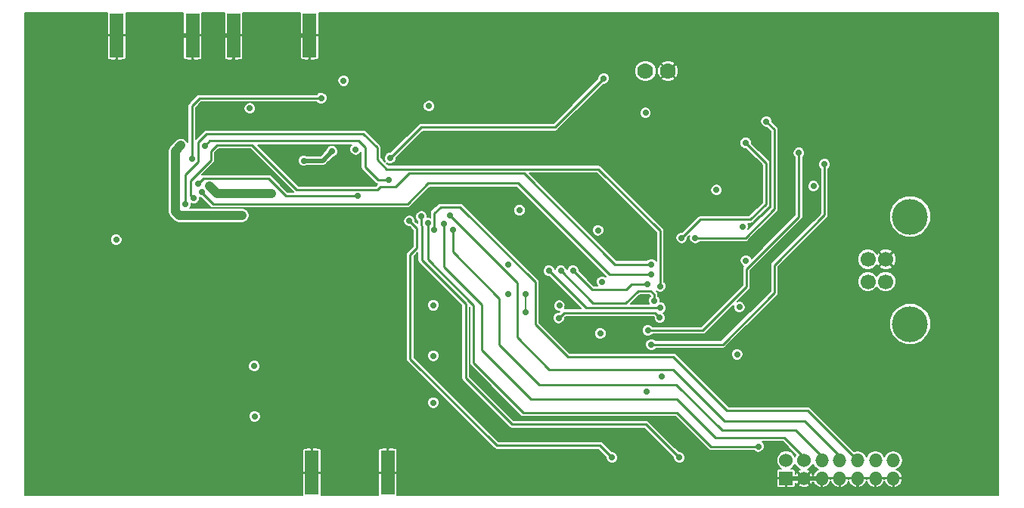
<source format=gbl>
G04 (created by PCBNEW (2013-jul-07)-stable) date Вт. 10 марта 2015 12:09:48*
%MOIN*%
G04 Gerber Fmt 3.4, Leading zero omitted, Abs format*
%FSLAX34Y34*%
G01*
G70*
G90*
G04 APERTURE LIST*
%ADD10C,0.00393701*%
%ADD11R,0.06X0.06*%
%ADD12C,0.06*%
%ADD13O,0.06X0.06*%
%ADD14C,0.07*%
%ADD15C,0.0669291*%
%ADD16C,0.15748*%
%ADD17C,0.19685*%
%ADD18R,0.0590551X0.19685*%
%ADD19C,0.0275591*%
%ADD20C,0.0098*%
%ADD21C,0.0197*%
%ADD22C,0.00984252*%
%ADD23C,0.0393701*%
%ADD24C,0.019685*%
%ADD25C,0.00787402*%
%ADD26C,0.011811*%
%ADD27C,0.0122*%
G04 APERTURE END LIST*
G54D10*
G54D11*
X69170Y-42372D03*
G54D12*
X69170Y-41585D03*
X69957Y-42372D03*
X69957Y-41585D03*
G54D13*
X70745Y-42372D03*
X70745Y-41585D03*
X71532Y-42372D03*
X71532Y-41585D03*
X72320Y-42372D03*
X72320Y-41585D03*
X73107Y-42372D03*
X73107Y-41585D03*
X73894Y-42372D03*
X73894Y-41585D03*
G54D14*
X62970Y-24415D03*
X63970Y-24415D03*
G54D15*
X72775Y-33700D03*
X72775Y-32716D03*
X73562Y-33700D03*
X73562Y-32716D03*
G54D16*
X74629Y-35578D03*
X74629Y-30838D03*
G54D17*
X76771Y-23622D03*
X76771Y-41338D03*
X37401Y-41338D03*
X37401Y-23622D03*
G54D18*
X48267Y-42125D03*
X51614Y-42125D03*
X43011Y-22834D03*
X39665Y-22834D03*
X48169Y-22834D03*
X44822Y-22834D03*
G54D19*
X43545Y-27700D03*
X51650Y-29230D03*
X64470Y-41465D03*
X53095Y-30830D03*
X51715Y-28255D03*
X61135Y-24740D03*
X50275Y-29921D03*
X43248Y-29389D03*
X53380Y-31125D03*
X67950Y-40970D03*
X64570Y-31770D03*
X67390Y-27585D03*
X63235Y-32935D03*
X43065Y-30015D03*
X65160Y-31770D03*
X68300Y-26635D03*
X63235Y-33390D03*
X43415Y-29745D03*
X54490Y-31425D03*
X53660Y-31425D03*
X54340Y-30775D03*
X54075Y-31165D03*
X45531Y-26062D03*
X42500Y-27696D03*
X43001Y-30777D03*
X45216Y-30807D03*
X43759Y-29488D03*
X49153Y-27952D03*
X47913Y-28366D03*
X46476Y-29822D03*
X50196Y-27874D03*
X53622Y-39035D03*
X53622Y-36968D03*
X62972Y-26259D03*
X45728Y-37421D03*
X53425Y-25964D03*
X53622Y-34744D03*
X57421Y-30551D03*
X45748Y-39645D03*
X70374Y-29488D03*
X59173Y-34763D03*
X60885Y-31437D03*
X61062Y-33700D03*
X66102Y-29665D03*
X60984Y-35984D03*
X67010Y-36910D03*
X67110Y-34825D03*
X67263Y-31279D03*
X67401Y-32775D03*
X52565Y-31030D03*
X61500Y-41465D03*
X63620Y-33905D03*
X42690Y-30285D03*
X52755Y-42913D03*
X53149Y-42913D03*
X53543Y-42913D03*
X53937Y-42913D03*
X54330Y-42913D03*
X54724Y-42913D03*
X55118Y-42913D03*
X55511Y-42913D03*
X55905Y-42913D03*
X56299Y-42913D03*
X56692Y-42913D03*
X57086Y-42913D03*
X57480Y-42913D03*
X57874Y-42913D03*
X58267Y-42913D03*
X58661Y-42913D03*
X59055Y-42913D03*
X59448Y-42913D03*
X59842Y-42913D03*
X60236Y-42913D03*
X60629Y-42913D03*
X61023Y-42913D03*
X61417Y-42913D03*
X61811Y-42913D03*
X62204Y-42913D03*
X62598Y-42913D03*
X62992Y-42913D03*
X63385Y-42913D03*
X63779Y-42913D03*
X64173Y-42913D03*
X64566Y-42913D03*
X64960Y-42913D03*
X65354Y-42913D03*
X65748Y-42913D03*
X66141Y-42913D03*
X66535Y-42913D03*
X66929Y-42913D03*
X67322Y-42913D03*
X67716Y-42913D03*
X68110Y-42913D03*
X68503Y-42913D03*
X49212Y-22047D03*
X49606Y-22047D03*
X50000Y-22047D03*
X50393Y-22047D03*
X50787Y-22047D03*
X51181Y-22047D03*
X51574Y-22047D03*
X51968Y-22047D03*
X52362Y-22047D03*
X52755Y-22047D03*
X53149Y-22047D03*
X53543Y-22047D03*
X53937Y-22047D03*
X54330Y-22047D03*
X54724Y-22047D03*
X55118Y-22047D03*
X55511Y-22047D03*
X55905Y-22047D03*
X56299Y-22047D03*
X56692Y-22047D03*
X57086Y-22047D03*
X57480Y-22047D03*
X57874Y-22047D03*
X58267Y-22047D03*
X58661Y-22047D03*
X59055Y-22047D03*
X59448Y-22047D03*
X59842Y-22047D03*
X60236Y-22047D03*
X60629Y-22047D03*
X61023Y-22047D03*
X61417Y-22047D03*
X61811Y-22047D03*
X62204Y-22047D03*
X62598Y-22047D03*
X62992Y-22047D03*
X63385Y-22047D03*
X63779Y-22047D03*
X64173Y-22047D03*
X64566Y-22047D03*
X64960Y-22047D03*
X65354Y-22047D03*
X65748Y-22047D03*
X66141Y-22047D03*
X66535Y-22047D03*
X66929Y-22047D03*
X67322Y-22047D03*
X67716Y-22047D03*
X68110Y-22047D03*
X68503Y-22047D03*
X68897Y-22047D03*
X69291Y-22047D03*
X69685Y-22047D03*
X70078Y-22047D03*
X70472Y-22047D03*
X70866Y-22047D03*
X71259Y-22047D03*
X71653Y-22047D03*
X72047Y-22047D03*
X72440Y-22047D03*
X72834Y-22047D03*
X73228Y-22047D03*
X73622Y-22047D03*
X74015Y-22047D03*
X74409Y-22047D03*
X74803Y-22047D03*
X75196Y-22047D03*
X75590Y-22047D03*
X75984Y-22047D03*
X76377Y-22047D03*
X76771Y-22047D03*
X77165Y-22047D03*
X77559Y-22047D03*
X77952Y-22047D03*
X78346Y-22047D03*
X78346Y-22440D03*
X78346Y-22834D03*
X78346Y-23228D03*
X78346Y-23622D03*
X78346Y-24015D03*
X78346Y-24409D03*
X78346Y-24803D03*
X78346Y-25196D03*
X78346Y-25590D03*
X78346Y-25984D03*
X78346Y-26377D03*
X78346Y-26771D03*
X78346Y-27165D03*
X78346Y-27559D03*
X78346Y-27952D03*
X78346Y-28346D03*
X78346Y-28740D03*
X78346Y-29133D03*
X78346Y-29527D03*
X78346Y-29921D03*
X78346Y-30314D03*
X78346Y-30708D03*
X78346Y-31102D03*
X78346Y-31496D03*
X78346Y-31889D03*
X78346Y-32283D03*
X78346Y-32677D03*
X78346Y-33070D03*
X78346Y-33464D03*
X78346Y-33858D03*
X78346Y-34251D03*
X78346Y-34645D03*
X78346Y-35039D03*
X78346Y-35433D03*
X78346Y-35826D03*
X78346Y-36220D03*
X78346Y-36614D03*
X78346Y-37007D03*
X78346Y-37401D03*
X78346Y-37795D03*
X78346Y-38188D03*
X78346Y-38582D03*
X78346Y-38976D03*
X78346Y-39370D03*
X78346Y-39763D03*
X78346Y-40157D03*
X78346Y-40944D03*
X78346Y-40551D03*
X78346Y-41338D03*
X78346Y-41732D03*
X78346Y-42125D03*
X78346Y-42519D03*
X78346Y-42913D03*
X77952Y-42913D03*
X77559Y-42913D03*
X77165Y-42913D03*
X76771Y-42913D03*
X76377Y-42913D03*
X75984Y-42913D03*
X75590Y-42913D03*
X75196Y-42913D03*
X74803Y-42913D03*
X74409Y-42913D03*
X74015Y-42913D03*
X73622Y-42913D03*
X73228Y-42913D03*
X72834Y-42913D03*
X72440Y-42913D03*
X72047Y-42913D03*
X71653Y-42913D03*
X71259Y-42913D03*
X70866Y-42913D03*
X70472Y-42913D03*
X70078Y-42913D03*
X69685Y-42913D03*
X69291Y-42913D03*
X68897Y-42913D03*
X54330Y-26033D03*
X73307Y-39311D03*
X70807Y-39311D03*
X60039Y-30511D03*
X60433Y-29921D03*
X60433Y-29133D03*
X59448Y-29133D03*
X59448Y-29921D03*
X63681Y-37874D03*
X63031Y-38543D03*
X56929Y-34251D03*
X56929Y-32952D03*
X57677Y-35039D03*
X57677Y-34251D03*
X57480Y-32677D03*
X57480Y-31889D03*
X53405Y-28326D03*
X69232Y-29527D03*
X42244Y-38740D03*
X42637Y-39173D03*
X41850Y-39173D03*
X43897Y-40610D03*
X44527Y-40610D03*
X45157Y-40610D03*
X45728Y-40196D03*
X43444Y-40196D03*
X43444Y-37972D03*
X45728Y-37972D03*
X45157Y-38385D03*
X44527Y-38385D03*
X43897Y-38385D03*
X43996Y-24409D03*
X44488Y-24409D03*
X42027Y-24409D03*
X42519Y-24409D03*
X43011Y-24409D03*
X43602Y-24409D03*
X46161Y-24409D03*
X45669Y-24409D03*
X45078Y-24409D03*
X44980Y-25295D03*
X42519Y-26279D03*
X44468Y-25295D03*
X44488Y-25925D03*
X42519Y-25295D03*
X43011Y-25295D03*
X43503Y-25295D03*
X43996Y-25295D03*
X42519Y-26771D03*
X41692Y-24350D03*
X40984Y-24350D03*
X41732Y-25925D03*
X41535Y-25728D03*
X41318Y-25511D03*
X48061Y-27913D03*
X48267Y-28799D03*
X46230Y-26437D03*
X48228Y-26771D03*
X47834Y-26771D03*
X47440Y-26771D03*
X47047Y-26574D03*
X46653Y-26377D03*
X44094Y-32283D03*
X43700Y-32283D03*
X43307Y-32283D03*
X43307Y-32677D03*
X43700Y-32677D03*
X44094Y-32677D03*
X44685Y-32677D03*
X45275Y-32677D03*
X45866Y-31889D03*
X46456Y-31889D03*
X46456Y-32283D03*
X45866Y-32283D03*
X45846Y-31377D03*
X46456Y-32677D03*
X45866Y-32677D03*
X43307Y-31889D03*
X43641Y-31417D03*
X44094Y-31889D03*
X43700Y-31889D03*
X40305Y-28740D03*
X40305Y-28464D03*
X40354Y-30511D03*
X40354Y-29724D03*
X40354Y-27362D03*
X40305Y-28188D03*
X41929Y-26771D03*
X41929Y-26181D03*
X41141Y-26181D03*
X41141Y-26771D03*
X40354Y-26771D03*
X51023Y-40944D03*
X47244Y-42913D03*
X46850Y-42913D03*
X46456Y-42913D03*
X46062Y-42913D03*
X45669Y-42913D03*
X45275Y-42913D03*
X44881Y-42913D03*
X44488Y-42913D03*
X44094Y-42913D03*
X43700Y-42913D03*
X43307Y-42913D03*
X42913Y-42913D03*
X42519Y-42913D03*
X42125Y-42913D03*
X41732Y-42913D03*
X41338Y-42913D03*
X40944Y-42913D03*
X40551Y-42913D03*
X40157Y-42913D03*
X39763Y-42913D03*
X39370Y-42913D03*
X38976Y-42913D03*
X38582Y-42913D03*
X38188Y-42913D03*
X37795Y-42913D03*
X37401Y-42913D03*
X37007Y-42913D03*
X36614Y-42913D03*
X36220Y-42913D03*
X35826Y-42913D03*
X35826Y-42519D03*
X35826Y-42125D03*
X35826Y-41732D03*
X35826Y-41338D03*
X35826Y-40944D03*
X35826Y-40551D03*
X35826Y-40157D03*
X35826Y-39763D03*
X35826Y-39370D03*
X35826Y-38976D03*
X35826Y-38582D03*
X35826Y-38188D03*
X35826Y-37795D03*
X35826Y-37401D03*
X35826Y-37007D03*
X35826Y-36614D03*
X35826Y-36220D03*
X35826Y-35826D03*
X35826Y-35433D03*
X35826Y-35039D03*
X35826Y-34645D03*
X35826Y-34251D03*
X35826Y-33858D03*
X35826Y-33464D03*
X35826Y-33070D03*
X35826Y-32677D03*
X35826Y-32283D03*
X35826Y-31889D03*
X35826Y-31496D03*
X35826Y-31102D03*
X35826Y-30708D03*
X35826Y-30314D03*
X35826Y-29921D03*
X35826Y-29527D03*
X35826Y-29133D03*
X35826Y-28740D03*
X35826Y-28346D03*
X35826Y-27952D03*
X35826Y-27559D03*
X35826Y-27165D03*
X35826Y-26771D03*
X35826Y-26377D03*
X35826Y-25984D03*
X35826Y-25590D03*
X35826Y-25196D03*
X35826Y-24803D03*
X35826Y-24409D03*
X35826Y-24015D03*
X35826Y-23622D03*
X35826Y-23228D03*
X35826Y-22834D03*
X35826Y-22440D03*
X35826Y-22047D03*
X36220Y-22047D03*
X36614Y-22047D03*
X37007Y-22047D03*
X37401Y-22047D03*
X37795Y-22047D03*
X38188Y-22047D03*
X38582Y-22047D03*
X44207Y-28855D03*
X44444Y-28855D03*
X44700Y-28855D03*
X44936Y-28855D03*
X45172Y-28855D03*
X45172Y-28088D03*
X44936Y-28088D03*
X44700Y-28088D03*
X44444Y-28088D03*
X44207Y-28088D03*
X44207Y-28344D03*
X44444Y-28344D03*
X44444Y-28600D03*
X44207Y-28600D03*
X44700Y-28344D03*
X44936Y-28344D03*
X45172Y-28344D03*
X45172Y-28600D03*
X44936Y-28600D03*
X44700Y-28600D03*
X61811Y-35425D03*
X63090Y-35452D03*
X62854Y-31673D03*
X62854Y-32185D03*
X75039Y-28582D03*
X74212Y-28582D03*
X67519Y-28129D03*
X67125Y-28129D03*
X66614Y-28129D03*
X66535Y-27303D03*
X63740Y-26299D03*
X65472Y-32440D03*
X65472Y-32933D03*
X65472Y-33425D03*
X65472Y-34429D03*
X68622Y-34960D03*
X68110Y-34271D03*
X71161Y-39803D03*
X72992Y-39803D03*
X46476Y-33267D03*
X45846Y-33267D03*
X45216Y-33267D03*
X44842Y-33622D03*
X42460Y-34370D03*
X42165Y-34370D03*
X42165Y-36397D03*
X42460Y-36397D03*
X66594Y-37736D03*
X66633Y-35826D03*
X53149Y-36023D03*
X53149Y-36417D03*
X67913Y-37893D03*
X67913Y-37106D03*
X67913Y-36318D03*
X67913Y-35925D03*
X67913Y-36712D03*
X67913Y-37500D03*
X67913Y-38287D03*
X65236Y-36141D03*
X62913Y-34429D03*
X60393Y-33287D03*
X47578Y-22834D03*
X47578Y-22539D03*
X47578Y-22244D03*
X47578Y-21948D03*
X48759Y-24015D03*
X48759Y-23720D03*
X48759Y-23425D03*
X48759Y-23129D03*
X48759Y-22834D03*
X48759Y-22539D03*
X48759Y-22244D03*
X48759Y-21948D03*
X48464Y-24015D03*
X48169Y-24015D03*
X47874Y-24015D03*
X47578Y-24015D03*
X47578Y-23720D03*
X47578Y-23425D03*
X47578Y-23129D03*
X44192Y-23129D03*
X44192Y-23425D03*
X44192Y-23720D03*
X44192Y-24015D03*
X44488Y-24015D03*
X44783Y-24015D03*
X45078Y-24015D03*
X45374Y-21948D03*
X45374Y-22244D03*
X45374Y-22539D03*
X45374Y-22834D03*
X45374Y-23129D03*
X45374Y-23425D03*
X45374Y-23720D03*
X45374Y-24015D03*
X44192Y-21948D03*
X44192Y-22244D03*
X44192Y-22539D03*
X44192Y-22834D03*
X43602Y-21948D03*
X43602Y-22244D03*
X43602Y-22539D03*
X43602Y-22834D03*
X43602Y-23129D03*
X43602Y-23425D03*
X43602Y-23720D03*
X43602Y-24015D03*
X43307Y-24015D03*
X43011Y-24015D03*
X42716Y-24015D03*
X42421Y-24015D03*
X42421Y-23720D03*
X42421Y-23425D03*
X42421Y-23129D03*
X42421Y-21948D03*
X42421Y-22244D03*
X42421Y-22539D03*
X42421Y-22834D03*
X39074Y-23129D03*
X39074Y-23425D03*
X39074Y-23720D03*
X39074Y-24015D03*
X40255Y-21948D03*
X40255Y-22244D03*
X40255Y-22539D03*
X40255Y-22834D03*
X40255Y-23129D03*
X40255Y-23425D03*
X40255Y-23720D03*
X40255Y-24015D03*
X39960Y-24015D03*
X39665Y-24015D03*
X39370Y-24015D03*
X39074Y-21948D03*
X39074Y-22244D03*
X39074Y-22539D03*
X39074Y-22834D03*
X47677Y-43011D03*
X47677Y-42716D03*
X47677Y-42421D03*
X51023Y-43011D03*
X51023Y-42716D03*
X51023Y-42421D03*
X51318Y-40944D03*
X51614Y-40944D03*
X51909Y-40944D03*
X52204Y-40944D03*
X51023Y-41240D03*
X51023Y-41535D03*
X51023Y-41830D03*
X51023Y-42125D03*
X52204Y-41240D03*
X52204Y-43011D03*
X52204Y-42716D03*
X52204Y-42421D03*
X52204Y-42125D03*
X52204Y-41830D03*
X52204Y-41535D03*
X47677Y-41535D03*
X47677Y-41240D03*
X47677Y-40944D03*
X47972Y-40944D03*
X48267Y-40944D03*
X48562Y-40944D03*
X48858Y-40944D03*
X47677Y-41830D03*
X47677Y-42125D03*
X48858Y-43011D03*
X48858Y-42716D03*
X48858Y-42421D03*
X48858Y-42125D03*
X48858Y-41830D03*
X48858Y-41535D03*
X48858Y-41240D03*
X49606Y-32677D03*
X49212Y-32874D03*
X49606Y-32283D03*
X48228Y-32283D03*
X48425Y-32874D03*
X48818Y-32874D03*
X48228Y-32677D03*
X48228Y-31889D03*
X49724Y-27874D03*
X49350Y-28307D03*
X51535Y-31003D03*
X52500Y-31653D03*
X53051Y-34015D03*
X54763Y-29822D03*
X54173Y-26377D03*
X53937Y-25964D03*
X42637Y-37972D03*
X41850Y-37972D03*
X42244Y-38405D03*
X40688Y-38110D03*
X41181Y-39055D03*
X40688Y-39055D03*
X44153Y-31417D03*
X43897Y-31417D03*
X50610Y-25925D03*
X50610Y-25629D03*
X50610Y-26555D03*
X50610Y-26240D03*
X50610Y-26929D03*
X50610Y-25295D03*
X50196Y-24842D03*
X48681Y-26161D03*
X48287Y-26476D03*
X47244Y-26161D03*
X47657Y-26476D03*
X43444Y-26122D03*
X43582Y-26358D03*
X41692Y-29094D03*
X41751Y-27775D03*
X41555Y-28740D03*
X41555Y-28464D03*
X41555Y-28188D03*
X46062Y-26082D03*
X46240Y-26811D03*
X46929Y-27785D03*
X47706Y-27795D03*
X46505Y-31397D03*
X46791Y-31397D03*
X46240Y-31397D03*
X45511Y-31555D03*
X43188Y-31417D03*
X42736Y-31653D03*
X42381Y-32007D03*
X41751Y-32007D03*
X41122Y-32007D03*
X40492Y-32007D03*
X49345Y-28840D03*
X49755Y-29275D03*
X53095Y-33275D03*
X42972Y-28287D03*
X48681Y-25610D03*
X70860Y-28525D03*
X63230Y-36475D03*
X63085Y-35850D03*
X69735Y-28020D03*
X59150Y-35305D03*
X63605Y-35295D03*
X39645Y-31850D03*
X49665Y-24842D03*
X63350Y-34545D03*
X59245Y-33220D03*
X58715Y-33220D03*
X63625Y-34855D03*
X59775Y-33210D03*
X63045Y-33825D03*
G54D20*
X50610Y-28665D02*
X50610Y-27785D01*
X51650Y-29230D02*
X51175Y-29230D01*
X51175Y-29230D02*
X50610Y-28665D01*
X43750Y-27495D02*
X50320Y-27495D01*
X43545Y-27700D02*
X43750Y-27495D01*
X50610Y-27785D02*
X50320Y-27495D01*
X64470Y-41465D02*
X63000Y-39995D01*
X63000Y-39995D02*
X57090Y-39995D01*
X55040Y-37945D02*
X55040Y-34685D01*
X55040Y-34685D02*
X53110Y-32755D01*
X53110Y-31235D02*
X53095Y-31220D01*
X53110Y-32755D02*
X53110Y-31235D01*
X57090Y-39995D02*
X55040Y-37945D01*
X53095Y-31220D02*
X53095Y-30830D01*
G54D21*
X51715Y-28255D02*
X51720Y-28255D01*
G54D20*
X58980Y-26895D02*
X61135Y-24740D01*
X53080Y-26895D02*
X58980Y-26895D01*
X51720Y-28255D02*
X53080Y-26895D01*
G54D22*
X43484Y-29153D02*
X46358Y-29153D01*
X46358Y-29153D02*
X47125Y-29921D01*
X47125Y-29921D02*
X50275Y-29921D01*
X43248Y-29389D02*
X43484Y-29153D01*
G54D20*
X53385Y-32720D02*
X53385Y-31590D01*
X55400Y-34735D02*
X53385Y-32720D01*
X57590Y-39485D02*
X55400Y-37295D01*
X53385Y-31590D02*
X53380Y-31585D01*
X64365Y-39485D02*
X57590Y-39485D01*
X65850Y-40970D02*
X64365Y-39485D01*
X55400Y-37295D02*
X55400Y-34735D01*
X53380Y-31585D02*
X53380Y-31125D01*
X67950Y-40970D02*
X65850Y-40970D01*
X68290Y-28485D02*
X68290Y-30280D01*
X67390Y-27585D02*
X68290Y-28485D01*
X68290Y-30280D02*
X67605Y-30965D01*
X67605Y-30965D02*
X65375Y-30965D01*
X65375Y-30965D02*
X64570Y-31770D01*
X51950Y-29525D02*
X52550Y-28925D01*
X51285Y-29525D02*
X51950Y-29525D01*
X43825Y-28335D02*
X43825Y-27951D01*
X43825Y-27951D02*
X44089Y-27687D01*
X42920Y-29925D02*
X42920Y-29240D01*
X51160Y-29650D02*
X51285Y-29525D01*
X42920Y-29240D02*
X43825Y-28335D01*
X47600Y-29650D02*
X51160Y-29650D01*
X45637Y-27687D02*
X47600Y-29650D01*
X57620Y-28925D02*
X52550Y-28925D01*
X43010Y-30015D02*
X42920Y-29925D01*
X44089Y-27687D02*
X45637Y-27687D01*
X63235Y-32935D02*
X61630Y-32935D01*
X61630Y-32935D02*
X57620Y-28925D01*
X43065Y-30015D02*
X43010Y-30015D01*
X67380Y-31770D02*
X65160Y-31770D01*
X68300Y-26635D02*
X68660Y-26995D01*
X68660Y-26995D02*
X68660Y-30490D01*
X68660Y-30490D02*
X67380Y-31770D01*
X63235Y-33390D02*
X61375Y-33390D01*
X53390Y-29365D02*
X57350Y-29365D01*
X43913Y-30275D02*
X43383Y-29745D01*
X43383Y-29745D02*
X43415Y-29745D01*
X52483Y-30272D02*
X53390Y-29365D01*
X49658Y-30272D02*
X49655Y-30275D01*
X49655Y-30275D02*
X43913Y-30275D01*
X49658Y-30272D02*
X52483Y-30272D01*
X57350Y-29365D02*
X61375Y-33390D01*
X70745Y-41415D02*
X69590Y-40260D01*
X54490Y-31425D02*
X54490Y-32390D01*
X58300Y-38235D02*
X56535Y-36470D01*
X69590Y-40260D02*
X66360Y-40260D01*
X70745Y-41585D02*
X70745Y-41415D01*
X64335Y-38235D02*
X66360Y-40260D01*
X58300Y-38235D02*
X64335Y-38235D01*
X56535Y-36470D02*
X56535Y-34435D01*
X56535Y-34435D02*
X54490Y-32390D01*
X66570Y-39395D02*
X70130Y-39395D01*
X64193Y-37018D02*
X66570Y-39395D01*
X72320Y-41585D02*
X70130Y-39395D01*
X53940Y-30410D02*
X54795Y-30410D01*
X58110Y-35575D02*
X58110Y-33725D01*
X53660Y-30690D02*
X53940Y-30410D01*
X59553Y-37018D02*
X64193Y-37018D01*
X54795Y-30410D02*
X58110Y-33725D01*
X58110Y-35575D02*
X59553Y-37018D01*
X53660Y-31425D02*
X53660Y-30690D01*
X57325Y-36165D02*
X58733Y-37573D01*
X69990Y-39835D02*
X66440Y-39835D01*
X57320Y-36165D02*
X57325Y-36165D01*
X69990Y-39835D02*
X71532Y-41377D01*
X71532Y-41585D02*
X71532Y-41377D01*
X54340Y-30775D02*
X57320Y-33755D01*
X57320Y-36165D02*
X57320Y-33755D01*
X58733Y-37573D02*
X64178Y-37573D01*
X64178Y-37573D02*
X66440Y-39835D01*
X69100Y-40585D02*
X66045Y-40585D01*
X64355Y-38895D02*
X66045Y-40585D01*
X54075Y-31165D02*
X54075Y-33040D01*
X69957Y-41585D02*
X69957Y-41442D01*
X69957Y-41442D02*
X69100Y-40585D01*
X57925Y-38895D02*
X64355Y-38895D01*
X55747Y-36717D02*
X55747Y-34712D01*
X57925Y-38895D02*
X55747Y-36717D01*
X54075Y-33040D02*
X55747Y-34712D01*
G54D23*
X43001Y-30777D02*
X42411Y-30777D01*
X42263Y-27933D02*
X42500Y-27696D01*
X42263Y-30629D02*
X42263Y-27933D01*
X42411Y-30777D02*
X42263Y-30629D01*
G54D24*
X45196Y-30787D02*
X45216Y-30807D01*
G54D23*
X43011Y-30787D02*
X45196Y-30787D01*
G54D24*
X43011Y-30787D02*
X43001Y-30777D01*
G54D23*
X46476Y-29822D02*
X44094Y-29822D01*
X44094Y-29822D02*
X43759Y-29488D01*
G54D24*
X48740Y-28366D02*
X47913Y-28366D01*
X49153Y-27952D02*
X48740Y-28366D01*
G54D20*
X52600Y-37110D02*
X52600Y-32505D01*
X52895Y-31360D02*
X52565Y-31030D01*
X56415Y-40925D02*
X52600Y-37110D01*
X52600Y-32505D02*
X52895Y-32210D01*
X52895Y-32210D02*
X52895Y-31360D01*
X61500Y-41465D02*
X60960Y-40925D01*
X60960Y-40925D02*
X56415Y-40925D01*
X42690Y-30285D02*
X42690Y-28990D01*
X51568Y-28733D02*
X60888Y-28733D01*
X63620Y-31465D02*
X63620Y-33905D01*
X60888Y-28733D02*
X63620Y-31465D01*
X51140Y-28305D02*
X51568Y-28733D01*
X51140Y-27790D02*
X51140Y-28305D01*
X50535Y-27185D02*
X51140Y-27790D01*
X42690Y-28990D02*
X43270Y-28410D01*
X43270Y-28410D02*
X43270Y-27550D01*
X43635Y-27185D02*
X50535Y-27185D01*
X43270Y-27550D02*
X43635Y-27185D01*
G54D25*
X68503Y-42913D02*
X68897Y-42913D01*
G54D24*
X52755Y-42913D02*
X53149Y-42913D01*
X53543Y-42913D02*
X53937Y-42913D01*
X54330Y-42913D02*
X54724Y-42913D01*
X55118Y-42913D02*
X55511Y-42913D01*
X55905Y-42913D02*
X56299Y-42913D01*
X56692Y-42913D02*
X57086Y-42913D01*
X57480Y-42913D02*
X57874Y-42913D01*
X58267Y-42913D02*
X58661Y-42913D01*
X59055Y-42913D02*
X59448Y-42913D01*
X59842Y-42913D02*
X60236Y-42913D01*
X60629Y-42913D02*
X61023Y-42913D01*
X61417Y-42913D02*
X61811Y-42913D01*
X62204Y-42913D02*
X62598Y-42913D01*
X62992Y-42913D02*
X63385Y-42913D01*
X63779Y-42913D02*
X64173Y-42913D01*
X64566Y-42913D02*
X64960Y-42913D01*
X65354Y-42913D02*
X65748Y-42913D01*
X66141Y-42913D02*
X66535Y-42913D01*
X66929Y-42913D02*
X67322Y-42913D01*
X67716Y-42913D02*
X68110Y-42913D01*
G54D25*
X50000Y-22047D02*
X49606Y-22047D01*
X50787Y-22047D02*
X50393Y-22047D01*
X51574Y-22047D02*
X51181Y-22047D01*
X52362Y-22047D02*
X51968Y-22047D01*
X53149Y-22047D02*
X52755Y-22047D01*
X53937Y-22047D02*
X53543Y-22047D01*
X54724Y-22047D02*
X54330Y-22047D01*
X55511Y-22047D02*
X55118Y-22047D01*
X56299Y-22047D02*
X55905Y-22047D01*
X57086Y-22047D02*
X56692Y-22047D01*
X57874Y-22047D02*
X57480Y-22047D01*
X58661Y-22047D02*
X58267Y-22047D01*
X59448Y-22047D02*
X59055Y-22047D01*
X60236Y-22047D02*
X59842Y-22047D01*
X61023Y-22047D02*
X60629Y-22047D01*
X61811Y-22047D02*
X61417Y-22047D01*
X62598Y-22047D02*
X62204Y-22047D01*
X63385Y-22047D02*
X62992Y-22047D01*
X64173Y-22047D02*
X63779Y-22047D01*
X64960Y-22047D02*
X64566Y-22047D01*
X65748Y-22047D02*
X65354Y-22047D01*
X66535Y-22047D02*
X66141Y-22047D01*
X67322Y-22047D02*
X66929Y-22047D01*
X68110Y-22047D02*
X67716Y-22047D01*
X68897Y-22047D02*
X68503Y-22047D01*
X69685Y-22047D02*
X69291Y-22047D01*
X70472Y-22047D02*
X70078Y-22047D01*
X71259Y-22047D02*
X70866Y-22047D01*
X72047Y-22047D02*
X71653Y-22047D01*
X72834Y-22047D02*
X72440Y-22047D01*
X73622Y-22047D02*
X73228Y-22047D01*
X74409Y-22047D02*
X74015Y-22047D01*
X75196Y-22047D02*
X74803Y-22047D01*
X75984Y-22047D02*
X75590Y-22047D01*
X76771Y-22047D02*
X76377Y-22047D01*
X77559Y-22047D02*
X77165Y-22047D01*
X78346Y-22047D02*
X77952Y-22047D01*
X78346Y-22834D02*
X78346Y-22440D01*
X78346Y-23622D02*
X78346Y-23228D01*
X78346Y-24409D02*
X78346Y-24015D01*
X78346Y-25196D02*
X78346Y-24803D01*
X78346Y-25984D02*
X78346Y-25590D01*
X78346Y-26771D02*
X78346Y-26377D01*
X78346Y-27559D02*
X78346Y-27165D01*
X78346Y-28346D02*
X78346Y-27952D01*
X78346Y-29133D02*
X78346Y-28740D01*
X78346Y-29921D02*
X78346Y-29527D01*
X78346Y-30708D02*
X78346Y-30314D01*
X78346Y-31496D02*
X78346Y-31102D01*
X78346Y-32283D02*
X78346Y-31889D01*
X78346Y-33070D02*
X78346Y-32677D01*
X78346Y-33858D02*
X78346Y-33464D01*
X78346Y-34645D02*
X78346Y-34251D01*
X78346Y-35433D02*
X78346Y-35039D01*
X78346Y-36220D02*
X78346Y-35826D01*
X78346Y-37007D02*
X78346Y-36614D01*
X78346Y-37795D02*
X78346Y-37401D01*
X78346Y-38582D02*
X78346Y-38188D01*
X78346Y-39370D02*
X78346Y-38976D01*
X78346Y-40157D02*
X78346Y-39763D01*
X78346Y-40551D02*
X78346Y-40944D01*
X78346Y-41732D02*
X78346Y-41338D01*
X78346Y-42519D02*
X78346Y-42125D01*
X77952Y-42913D02*
X78346Y-42913D01*
X77165Y-42913D02*
X77559Y-42913D01*
X76377Y-42913D02*
X76771Y-42913D01*
X75590Y-42913D02*
X75984Y-42913D01*
X74803Y-42913D02*
X75196Y-42913D01*
X74015Y-42913D02*
X74409Y-42913D01*
X73228Y-42913D02*
X73622Y-42913D01*
X72440Y-42913D02*
X72834Y-42913D01*
X71653Y-42913D02*
X72047Y-42913D01*
X70866Y-42913D02*
X71259Y-42913D01*
X70078Y-42913D02*
X70472Y-42913D01*
X69291Y-42913D02*
X69685Y-42913D01*
X60433Y-29921D02*
X59448Y-29921D01*
X59448Y-29133D02*
X60433Y-29133D01*
X57677Y-34251D02*
X57677Y-35039D01*
X57480Y-31889D02*
X57480Y-32677D01*
G54D24*
X42519Y-24409D02*
X42027Y-24409D01*
X43602Y-24409D02*
X43011Y-24409D01*
X45078Y-24409D02*
X45669Y-24409D01*
X44468Y-25295D02*
X44980Y-25295D01*
X44468Y-25295D02*
X43996Y-25295D01*
X43503Y-25295D02*
X43011Y-25295D01*
X42519Y-26279D02*
X42519Y-25295D01*
X42007Y-24015D02*
X41692Y-24350D01*
X42421Y-24015D02*
X42007Y-24015D01*
X41318Y-25511D02*
X41535Y-25728D01*
X46230Y-26437D02*
X46594Y-26437D01*
X47834Y-26771D02*
X48228Y-26771D01*
X47244Y-26771D02*
X47440Y-26771D01*
X47047Y-26574D02*
X47244Y-26771D01*
X46594Y-26437D02*
X46653Y-26377D01*
X45866Y-32677D02*
X45275Y-32677D01*
X43307Y-32283D02*
X43700Y-32283D01*
X43700Y-32677D02*
X43307Y-32677D01*
X44685Y-32677D02*
X44094Y-32677D01*
X45866Y-32283D02*
X45866Y-32677D01*
X45846Y-31870D02*
X45866Y-31889D01*
X46456Y-31889D02*
X46456Y-32283D01*
X45846Y-31377D02*
X45846Y-31870D01*
X43700Y-31889D02*
X44094Y-31889D01*
X40305Y-28464D02*
X40305Y-28740D01*
X40354Y-29724D02*
X40354Y-30511D01*
X40354Y-27362D02*
X40354Y-26771D01*
X41929Y-26181D02*
X41929Y-26771D01*
X41141Y-26771D02*
X41141Y-26181D01*
X46850Y-42913D02*
X47244Y-42913D01*
X46062Y-42913D02*
X46456Y-42913D01*
X45275Y-42913D02*
X45669Y-42913D01*
X44488Y-42913D02*
X44881Y-42913D01*
X43700Y-42913D02*
X44094Y-42913D01*
X42913Y-42913D02*
X43307Y-42913D01*
X42125Y-42913D02*
X42519Y-42913D01*
X41338Y-42913D02*
X41732Y-42913D01*
X40551Y-42913D02*
X40944Y-42913D01*
X39763Y-42913D02*
X40157Y-42913D01*
X38976Y-42913D02*
X39370Y-42913D01*
X38188Y-42913D02*
X38582Y-42913D01*
X37401Y-42913D02*
X37795Y-42913D01*
X36614Y-42913D02*
X37007Y-42913D01*
X35826Y-42913D02*
X36220Y-42913D01*
X35826Y-42125D02*
X35826Y-42519D01*
X35826Y-41338D02*
X35826Y-41732D01*
X35826Y-40551D02*
X35826Y-40944D01*
X35826Y-39763D02*
X35826Y-40157D01*
X35826Y-38976D02*
X35826Y-39370D01*
X35826Y-38188D02*
X35826Y-38582D01*
X35826Y-37401D02*
X35826Y-37795D01*
X35826Y-36614D02*
X35826Y-37007D01*
X35826Y-35826D02*
X35826Y-36220D01*
X35826Y-35039D02*
X35826Y-35433D01*
X35826Y-34251D02*
X35826Y-34645D01*
X35826Y-33464D02*
X35826Y-33858D01*
X35826Y-32677D02*
X35826Y-33070D01*
X35826Y-31889D02*
X35826Y-32283D01*
X35826Y-31102D02*
X35826Y-31496D01*
X35826Y-30314D02*
X35826Y-30708D01*
X35826Y-29527D02*
X35826Y-29921D01*
X35826Y-28740D02*
X35826Y-29133D01*
X35826Y-27952D02*
X35826Y-28346D01*
X35826Y-27165D02*
X35826Y-27559D01*
X35826Y-26377D02*
X35826Y-26771D01*
X35826Y-25590D02*
X35826Y-25984D01*
X35826Y-24803D02*
X35826Y-25196D01*
X35826Y-24015D02*
X35826Y-24409D01*
X35826Y-23228D02*
X35826Y-23622D01*
X35826Y-22440D02*
X35826Y-22834D01*
X36220Y-22047D02*
X35826Y-22047D01*
X37007Y-22047D02*
X36614Y-22047D01*
X37795Y-22047D02*
X37401Y-22047D01*
X38582Y-22047D02*
X38188Y-22047D01*
G54D26*
X44210Y-28858D02*
X44207Y-28855D01*
X44212Y-28858D02*
X44210Y-28858D01*
X44448Y-28858D02*
X44446Y-28858D01*
X44446Y-28858D02*
X44444Y-28855D01*
X44702Y-28858D02*
X44700Y-28855D01*
X44704Y-28858D02*
X44702Y-28858D01*
X44940Y-28858D02*
X44938Y-28858D01*
X44938Y-28858D02*
X44936Y-28855D01*
X45174Y-28858D02*
X45172Y-28855D01*
X45177Y-28858D02*
X45174Y-28858D01*
X45177Y-28090D02*
X45174Y-28090D01*
X45174Y-28090D02*
X45172Y-28088D01*
X44938Y-28090D02*
X44936Y-28088D01*
X44940Y-28090D02*
X44938Y-28090D01*
X44704Y-28090D02*
X44702Y-28090D01*
X44702Y-28090D02*
X44700Y-28088D01*
X44446Y-28090D02*
X44444Y-28088D01*
X44448Y-28090D02*
X44446Y-28090D01*
X44212Y-28090D02*
X44210Y-28090D01*
X44210Y-28090D02*
X44207Y-28088D01*
X44210Y-28346D02*
X44207Y-28344D01*
X44212Y-28346D02*
X44210Y-28346D01*
X44448Y-28346D02*
X44446Y-28346D01*
X44446Y-28346D02*
X44444Y-28344D01*
X44446Y-28602D02*
X44444Y-28600D01*
X44448Y-28602D02*
X44446Y-28602D01*
X44212Y-28602D02*
X44210Y-28602D01*
X44210Y-28602D02*
X44207Y-28600D01*
X44702Y-28346D02*
X44700Y-28344D01*
X44704Y-28346D02*
X44702Y-28346D01*
X44940Y-28346D02*
X44938Y-28346D01*
X44938Y-28346D02*
X44936Y-28344D01*
X45174Y-28346D02*
X45172Y-28344D01*
X45177Y-28346D02*
X45174Y-28346D01*
X45177Y-28602D02*
X45174Y-28602D01*
X45174Y-28602D02*
X45172Y-28600D01*
X44938Y-28602D02*
X44936Y-28600D01*
X44940Y-28602D02*
X44938Y-28602D01*
X44704Y-28602D02*
X44702Y-28602D01*
X44702Y-28602D02*
X44700Y-28600D01*
X61811Y-35425D02*
X61811Y-35433D01*
G54D24*
X42165Y-34370D02*
X42460Y-34370D01*
X53149Y-36417D02*
X53149Y-36023D01*
X67913Y-36318D02*
X67913Y-35925D01*
X67913Y-37106D02*
X67913Y-36712D01*
X67913Y-37893D02*
X67913Y-37500D01*
X47578Y-22539D02*
X47578Y-22244D01*
X48110Y-22834D02*
X47578Y-22834D01*
X48759Y-24015D02*
X48759Y-23720D01*
X48759Y-23425D02*
X48759Y-23129D01*
X48759Y-22834D02*
X48759Y-22539D01*
X48759Y-22244D02*
X48759Y-21948D01*
X47578Y-22834D02*
X47578Y-23129D01*
X48169Y-24015D02*
X48464Y-24015D01*
X47578Y-24015D02*
X47874Y-24015D01*
X47578Y-23425D02*
X47578Y-23720D01*
X44192Y-23425D02*
X44192Y-23720D01*
X44192Y-24015D02*
X44488Y-24015D01*
X44783Y-24015D02*
X45078Y-24015D01*
X44192Y-22834D02*
X44192Y-23129D01*
X45374Y-22244D02*
X45374Y-21948D01*
X45374Y-22834D02*
X45374Y-22539D01*
X45374Y-23425D02*
X45374Y-23129D01*
X45374Y-24015D02*
X45374Y-23720D01*
X44724Y-22834D02*
X44192Y-22834D01*
X44192Y-22539D02*
X44192Y-22244D01*
X43602Y-22539D02*
X43602Y-22244D01*
X43602Y-23129D02*
X43602Y-22834D01*
X43602Y-23720D02*
X43602Y-23425D01*
X43307Y-24015D02*
X43602Y-24015D01*
X42716Y-24015D02*
X43011Y-24015D01*
X42421Y-23720D02*
X42421Y-24015D01*
X42421Y-23129D02*
X42421Y-23425D01*
X43011Y-22834D02*
X42421Y-22834D01*
X42421Y-22539D02*
X42421Y-22244D01*
X39074Y-23129D02*
X39074Y-23425D01*
X39074Y-23720D02*
X39074Y-24015D01*
X40255Y-22539D02*
X40255Y-22244D01*
X40255Y-23129D02*
X40255Y-22834D01*
X40255Y-23720D02*
X40255Y-23425D01*
X39960Y-24015D02*
X40255Y-24015D01*
X39370Y-24015D02*
X39665Y-24015D01*
X39074Y-22244D02*
X39074Y-21948D01*
X39074Y-22834D02*
X39074Y-22539D01*
X47677Y-42125D02*
X47677Y-42421D01*
X47677Y-42716D02*
X47677Y-43011D01*
X51023Y-42125D02*
X51023Y-42421D01*
X51023Y-42716D02*
X51023Y-43011D01*
X52204Y-41240D02*
X52204Y-41535D01*
X51318Y-40944D02*
X51614Y-40944D01*
X51909Y-40944D02*
X52204Y-40944D01*
X51023Y-41535D02*
X51023Y-41240D01*
X51023Y-42125D02*
X51023Y-41830D01*
X52204Y-42421D02*
X52204Y-42716D01*
X52204Y-41830D02*
X52204Y-42125D01*
X48858Y-40944D02*
X48858Y-41240D01*
X47677Y-41535D02*
X47677Y-41240D01*
X47677Y-40944D02*
X47972Y-40944D01*
X48267Y-40944D02*
X48562Y-40944D01*
X47677Y-41830D02*
X47677Y-42125D01*
X48858Y-42716D02*
X48858Y-43011D01*
X48858Y-42125D02*
X48858Y-42421D01*
X48858Y-41535D02*
X48858Y-41830D01*
X49606Y-32283D02*
X49606Y-32677D01*
X49212Y-32874D02*
X48818Y-32874D01*
X48425Y-32874D02*
X48818Y-32874D01*
X48228Y-32283D02*
X48228Y-32677D01*
X41555Y-28188D02*
X41555Y-28464D01*
G54D21*
X70745Y-42372D02*
X69957Y-42372D01*
X69170Y-42372D02*
X69957Y-42372D01*
G54D27*
X69957Y-42372D02*
X69957Y-42443D01*
G54D22*
X43326Y-25610D02*
X42972Y-25964D01*
X42972Y-25964D02*
X42972Y-28287D01*
X48681Y-25610D02*
X43326Y-25610D01*
G54D20*
X64378Y-36468D02*
X64378Y-36468D01*
X68655Y-34189D02*
X66375Y-36468D01*
X66375Y-36468D02*
X64378Y-36468D01*
X64378Y-36468D02*
X63236Y-36468D01*
X68655Y-34189D02*
X68655Y-32970D01*
X68655Y-32970D02*
X70860Y-30765D01*
X70860Y-28525D02*
X70860Y-30765D01*
X63236Y-36468D02*
X63230Y-36475D01*
X65495Y-35850D02*
X63085Y-35850D01*
X67425Y-33920D02*
X65495Y-35850D01*
X67425Y-33920D02*
X67425Y-33145D01*
X67425Y-33145D02*
X69735Y-30835D01*
X69735Y-28020D02*
X69735Y-30835D01*
X59385Y-35070D02*
X59150Y-35305D01*
X63380Y-35070D02*
X59385Y-35070D01*
X63605Y-35295D02*
X63380Y-35070D01*
X62105Y-34645D02*
X62640Y-34110D01*
X62640Y-34110D02*
X63200Y-34110D01*
X60670Y-34645D02*
X62105Y-34645D01*
X60670Y-34645D02*
X59245Y-33220D01*
X63200Y-34110D02*
X63350Y-34260D01*
X63350Y-34260D02*
X63350Y-34545D01*
X63625Y-34855D02*
X60350Y-34855D01*
X60350Y-34855D02*
X58715Y-33220D01*
X63045Y-33825D02*
X62355Y-33825D01*
X60620Y-34055D02*
X59775Y-33210D01*
X62125Y-34055D02*
X60620Y-34055D01*
X62355Y-33825D02*
X62125Y-34055D01*
G54D10*
G36*
X47443Y-29744D02*
X47199Y-29744D01*
X46483Y-29028D01*
X46426Y-28989D01*
X46358Y-28976D01*
X43484Y-28976D01*
X43421Y-28988D01*
X43950Y-28460D01*
X43950Y-28460D01*
X43988Y-28402D01*
X44001Y-28335D01*
X44001Y-28335D01*
X44001Y-28025D01*
X44162Y-27864D01*
X45564Y-27864D01*
X47443Y-29744D01*
X47443Y-29744D01*
G37*
G54D25*
X47443Y-29744D02*
X47199Y-29744D01*
X46483Y-29028D01*
X46426Y-28989D01*
X46358Y-28976D01*
X43484Y-28976D01*
X43421Y-28988D01*
X43950Y-28460D01*
X43950Y-28460D01*
X43988Y-28402D01*
X44001Y-28335D01*
X44001Y-28335D01*
X44001Y-28025D01*
X44162Y-27864D01*
X45564Y-27864D01*
X47443Y-29744D01*
G54D10*
G36*
X51156Y-29403D02*
X51086Y-29473D01*
X49419Y-29473D01*
X49419Y-27900D01*
X49378Y-27802D01*
X49304Y-27727D01*
X49206Y-27687D01*
X49100Y-27686D01*
X49003Y-27727D01*
X48928Y-27802D01*
X48888Y-27897D01*
X48646Y-28139D01*
X48061Y-28139D01*
X47966Y-28100D01*
X47860Y-28100D01*
X47763Y-28140D01*
X47688Y-28215D01*
X47647Y-28313D01*
X47647Y-28418D01*
X47687Y-28516D01*
X47762Y-28591D01*
X47860Y-28631D01*
X47966Y-28631D01*
X48061Y-28592D01*
X48740Y-28592D01*
X48740Y-28592D01*
X48826Y-28575D01*
X48900Y-28526D01*
X49209Y-28217D01*
X49303Y-28178D01*
X49378Y-28103D01*
X49419Y-28005D01*
X49419Y-27900D01*
X49419Y-29473D01*
X47673Y-29473D01*
X45872Y-27671D01*
X50023Y-27671D01*
X49971Y-27723D01*
X49931Y-27820D01*
X49931Y-27926D01*
X49971Y-28024D01*
X50046Y-28099D01*
X50143Y-28139D01*
X50249Y-28139D01*
X50347Y-28099D01*
X50422Y-28024D01*
X50433Y-27998D01*
X50433Y-28665D01*
X50446Y-28732D01*
X50484Y-28790D01*
X51049Y-29355D01*
X51049Y-29355D01*
X51088Y-29380D01*
X51107Y-29393D01*
X51107Y-29393D01*
X51156Y-29403D01*
X51156Y-29403D01*
G37*
G54D25*
X51156Y-29403D02*
X51086Y-29473D01*
X49419Y-29473D01*
X49419Y-27900D01*
X49378Y-27802D01*
X49304Y-27727D01*
X49206Y-27687D01*
X49100Y-27686D01*
X49003Y-27727D01*
X48928Y-27802D01*
X48888Y-27897D01*
X48646Y-28139D01*
X48061Y-28139D01*
X47966Y-28100D01*
X47860Y-28100D01*
X47763Y-28140D01*
X47688Y-28215D01*
X47647Y-28313D01*
X47647Y-28418D01*
X47687Y-28516D01*
X47762Y-28591D01*
X47860Y-28631D01*
X47966Y-28631D01*
X48061Y-28592D01*
X48740Y-28592D01*
X48740Y-28592D01*
X48826Y-28575D01*
X48900Y-28526D01*
X49209Y-28217D01*
X49303Y-28178D01*
X49378Y-28103D01*
X49419Y-28005D01*
X49419Y-27900D01*
X49419Y-29473D01*
X47673Y-29473D01*
X45872Y-27671D01*
X50023Y-27671D01*
X49971Y-27723D01*
X49931Y-27820D01*
X49931Y-27926D01*
X49971Y-28024D01*
X50046Y-28099D01*
X50143Y-28139D01*
X50249Y-28139D01*
X50347Y-28099D01*
X50422Y-28024D01*
X50433Y-27998D01*
X50433Y-28665D01*
X50446Y-28732D01*
X50484Y-28790D01*
X51049Y-29355D01*
X51049Y-29355D01*
X51088Y-29380D01*
X51107Y-29393D01*
X51107Y-29393D01*
X51156Y-29403D01*
G54D10*
G36*
X63173Y-34346D02*
X63124Y-34394D01*
X63084Y-34491D01*
X63084Y-34597D01*
X63117Y-34678D01*
X62322Y-34678D01*
X62713Y-34286D01*
X63126Y-34286D01*
X63173Y-34333D01*
X63173Y-34346D01*
X63173Y-34346D01*
G37*
G54D25*
X63173Y-34346D02*
X63124Y-34394D01*
X63084Y-34491D01*
X63084Y-34597D01*
X63117Y-34678D01*
X62322Y-34678D01*
X62713Y-34286D01*
X63126Y-34286D01*
X63173Y-34333D01*
X63173Y-34346D01*
G54D10*
G36*
X63443Y-32767D02*
X63385Y-32709D01*
X63288Y-32669D01*
X63182Y-32669D01*
X63084Y-32709D01*
X63036Y-32758D01*
X61703Y-32758D01*
X61151Y-32206D01*
X61151Y-31384D01*
X61111Y-31286D01*
X61036Y-31211D01*
X60938Y-31171D01*
X60833Y-31171D01*
X60735Y-31211D01*
X60660Y-31286D01*
X60620Y-31383D01*
X60620Y-31489D01*
X60660Y-31587D01*
X60735Y-31662D01*
X60832Y-31702D01*
X60938Y-31702D01*
X61036Y-31662D01*
X61110Y-31587D01*
X61151Y-31490D01*
X61151Y-31384D01*
X61151Y-32206D01*
X57855Y-28910D01*
X60815Y-28910D01*
X63443Y-31538D01*
X63443Y-32767D01*
X63443Y-32767D01*
G37*
G54D25*
X63443Y-32767D02*
X63385Y-32709D01*
X63288Y-32669D01*
X63182Y-32669D01*
X63084Y-32709D01*
X63036Y-32758D01*
X61703Y-32758D01*
X61151Y-32206D01*
X61151Y-31384D01*
X61111Y-31286D01*
X61036Y-31211D01*
X60938Y-31171D01*
X60833Y-31171D01*
X60735Y-31211D01*
X60660Y-31286D01*
X60620Y-31383D01*
X60620Y-31489D01*
X60660Y-31587D01*
X60735Y-31662D01*
X60832Y-31702D01*
X60938Y-31702D01*
X61036Y-31662D01*
X61110Y-31587D01*
X61151Y-31490D01*
X61151Y-31384D01*
X61151Y-32206D01*
X57855Y-28910D01*
X60815Y-28910D01*
X63443Y-31538D01*
X63443Y-32767D01*
G54D10*
G36*
X78537Y-43104D02*
X75545Y-43104D01*
X75545Y-35397D01*
X75545Y-30657D01*
X75406Y-30320D01*
X75149Y-30063D01*
X74812Y-29923D01*
X74448Y-29923D01*
X74112Y-30062D01*
X73854Y-30319D01*
X73714Y-30655D01*
X73714Y-31019D01*
X73853Y-31356D01*
X74110Y-31614D01*
X74447Y-31753D01*
X74811Y-31754D01*
X75147Y-31615D01*
X75405Y-31357D01*
X75545Y-31021D01*
X75545Y-30657D01*
X75545Y-35397D01*
X75406Y-35060D01*
X75149Y-34803D01*
X74812Y-34663D01*
X74448Y-34663D01*
X74112Y-34802D01*
X74025Y-34888D01*
X74025Y-33609D01*
X74016Y-33585D01*
X74016Y-32805D01*
X74015Y-32624D01*
X73947Y-32461D01*
X73882Y-32425D01*
X73854Y-32453D01*
X73854Y-32397D01*
X73818Y-32331D01*
X73651Y-32263D01*
X73471Y-32264D01*
X73307Y-32331D01*
X73271Y-32397D01*
X73562Y-32688D01*
X73854Y-32397D01*
X73854Y-32453D01*
X73590Y-32716D01*
X73882Y-33007D01*
X73947Y-32971D01*
X74016Y-32805D01*
X74016Y-33585D01*
X73955Y-33439D01*
X73854Y-33337D01*
X73854Y-33035D01*
X73562Y-32744D01*
X73535Y-32772D01*
X73535Y-32716D01*
X73243Y-32425D01*
X73178Y-32461D01*
X73174Y-32470D01*
X73167Y-32454D01*
X73037Y-32324D01*
X72868Y-32254D01*
X72683Y-32253D01*
X72513Y-32324D01*
X72383Y-32454D01*
X72313Y-32624D01*
X72312Y-32808D01*
X72383Y-32978D01*
X72513Y-33108D01*
X72683Y-33179D01*
X72867Y-33179D01*
X73037Y-33108D01*
X73167Y-32978D01*
X73174Y-32962D01*
X73178Y-32971D01*
X73243Y-33007D01*
X73535Y-32716D01*
X73535Y-32772D01*
X73271Y-33035D01*
X73307Y-33101D01*
X73474Y-33169D01*
X73654Y-33168D01*
X73818Y-33101D01*
X73854Y-33035D01*
X73854Y-33337D01*
X73825Y-33308D01*
X73655Y-33238D01*
X73471Y-33238D01*
X73301Y-33308D01*
X73171Y-33438D01*
X73169Y-33442D01*
X73167Y-33439D01*
X73037Y-33308D01*
X72868Y-33238D01*
X72683Y-33238D01*
X72513Y-33308D01*
X72383Y-33438D01*
X72313Y-33608D01*
X72312Y-33792D01*
X72383Y-33962D01*
X72513Y-34092D01*
X72683Y-34163D01*
X72867Y-34163D01*
X73037Y-34093D01*
X73167Y-33963D01*
X73169Y-33959D01*
X73170Y-33962D01*
X73300Y-34092D01*
X73470Y-34163D01*
X73654Y-34163D01*
X73824Y-34093D01*
X73954Y-33963D01*
X74025Y-33793D01*
X74025Y-33609D01*
X74025Y-34888D01*
X73854Y-35059D01*
X73714Y-35395D01*
X73714Y-35760D01*
X73853Y-36096D01*
X74110Y-36354D01*
X74447Y-36493D01*
X74811Y-36494D01*
X75147Y-36355D01*
X75405Y-36097D01*
X75545Y-35761D01*
X75545Y-35397D01*
X75545Y-43104D01*
X74330Y-43104D01*
X74330Y-41585D01*
X74297Y-41421D01*
X74204Y-41282D01*
X74066Y-41189D01*
X73902Y-41157D01*
X73885Y-41157D01*
X73721Y-41189D01*
X73583Y-41282D01*
X73500Y-41405D01*
X73417Y-41282D01*
X73279Y-41189D01*
X73115Y-41157D01*
X73098Y-41157D01*
X72934Y-41189D01*
X72796Y-41282D01*
X72713Y-41405D01*
X72630Y-41282D01*
X72492Y-41189D01*
X72328Y-41157D01*
X72311Y-41157D01*
X72170Y-41185D01*
X71125Y-40140D01*
X71125Y-28472D01*
X71085Y-28374D01*
X71010Y-28299D01*
X70913Y-28259D01*
X70807Y-28259D01*
X70709Y-28299D01*
X70634Y-28374D01*
X70594Y-28471D01*
X70594Y-28577D01*
X70634Y-28675D01*
X70683Y-28723D01*
X70683Y-30691D01*
X70639Y-30734D01*
X70639Y-29435D01*
X70599Y-29337D01*
X70524Y-29263D01*
X70427Y-29222D01*
X70321Y-29222D01*
X70223Y-29262D01*
X70148Y-29337D01*
X70108Y-29435D01*
X70108Y-29540D01*
X70148Y-29638D01*
X70223Y-29713D01*
X70320Y-29753D01*
X70426Y-29753D01*
X70524Y-29713D01*
X70599Y-29638D01*
X70639Y-29541D01*
X70639Y-29435D01*
X70639Y-30734D01*
X70000Y-31373D01*
X70000Y-27967D01*
X69960Y-27869D01*
X69885Y-27794D01*
X69788Y-27754D01*
X69682Y-27754D01*
X69584Y-27794D01*
X69509Y-27869D01*
X69469Y-27966D01*
X69469Y-28072D01*
X69509Y-28170D01*
X69558Y-28218D01*
X69558Y-30761D01*
X68836Y-31482D01*
X68836Y-30490D01*
X68836Y-26995D01*
X68836Y-26994D01*
X68823Y-26927D01*
X68823Y-26927D01*
X68810Y-26908D01*
X68785Y-26869D01*
X68785Y-26869D01*
X68565Y-26650D01*
X68565Y-26582D01*
X68525Y-26484D01*
X68450Y-26409D01*
X68353Y-26369D01*
X68247Y-26369D01*
X68149Y-26409D01*
X68074Y-26484D01*
X68034Y-26581D01*
X68034Y-26687D01*
X68074Y-26785D01*
X68149Y-26860D01*
X68246Y-26900D01*
X68315Y-26900D01*
X68483Y-27068D01*
X68483Y-30416D01*
X67502Y-31397D01*
X67529Y-31332D01*
X67529Y-31226D01*
X67494Y-31141D01*
X67605Y-31141D01*
X67672Y-31128D01*
X67730Y-31090D01*
X68415Y-30405D01*
X68453Y-30347D01*
X68466Y-30280D01*
X68466Y-28485D01*
X68453Y-28417D01*
X68415Y-28359D01*
X67655Y-27600D01*
X67655Y-27532D01*
X67615Y-27434D01*
X67540Y-27359D01*
X67443Y-27319D01*
X67337Y-27319D01*
X67239Y-27359D01*
X67164Y-27434D01*
X67124Y-27531D01*
X67124Y-27637D01*
X67164Y-27735D01*
X67239Y-27810D01*
X67336Y-27850D01*
X67405Y-27850D01*
X68113Y-28558D01*
X68113Y-30206D01*
X67531Y-30788D01*
X66368Y-30788D01*
X66368Y-29612D01*
X66327Y-29515D01*
X66253Y-29440D01*
X66155Y-29399D01*
X66049Y-29399D01*
X65952Y-29439D01*
X65877Y-29514D01*
X65836Y-29612D01*
X65836Y-29717D01*
X65876Y-29815D01*
X65951Y-29890D01*
X66049Y-29931D01*
X66154Y-29931D01*
X66252Y-29890D01*
X66327Y-29816D01*
X66368Y-29718D01*
X66368Y-29612D01*
X66368Y-30788D01*
X65375Y-30788D01*
X65307Y-30801D01*
X65249Y-30839D01*
X64585Y-31504D01*
X64517Y-31504D01*
X64438Y-31536D01*
X64438Y-24507D01*
X64437Y-24320D01*
X64367Y-24150D01*
X64300Y-24112D01*
X64272Y-24140D01*
X64272Y-24084D01*
X64234Y-24017D01*
X64062Y-23946D01*
X63875Y-23947D01*
X63705Y-24017D01*
X63667Y-24084D01*
X63970Y-24387D01*
X64272Y-24084D01*
X64272Y-24140D01*
X63997Y-24415D01*
X64300Y-24717D01*
X64367Y-24679D01*
X64438Y-24507D01*
X64438Y-31536D01*
X64419Y-31544D01*
X64344Y-31619D01*
X64304Y-31716D01*
X64304Y-31822D01*
X64344Y-31920D01*
X64419Y-31995D01*
X64516Y-32035D01*
X64622Y-32035D01*
X64720Y-31995D01*
X64795Y-31920D01*
X64835Y-31823D01*
X64835Y-31754D01*
X64909Y-31681D01*
X64894Y-31716D01*
X64894Y-31822D01*
X64934Y-31920D01*
X65009Y-31995D01*
X65106Y-32035D01*
X65212Y-32035D01*
X65310Y-31995D01*
X65358Y-31946D01*
X67380Y-31946D01*
X67447Y-31933D01*
X67505Y-31895D01*
X68785Y-30615D01*
X68823Y-30557D01*
X68836Y-30490D01*
X68836Y-31482D01*
X67646Y-32673D01*
X67626Y-32625D01*
X67552Y-32550D01*
X67454Y-32509D01*
X67348Y-32509D01*
X67251Y-32550D01*
X67176Y-32624D01*
X67135Y-32722D01*
X67135Y-32828D01*
X67176Y-32925D01*
X67250Y-33000D01*
X67299Y-33020D01*
X67261Y-33077D01*
X67248Y-33145D01*
X67248Y-33846D01*
X65421Y-35673D01*
X64272Y-35673D01*
X64272Y-24745D01*
X63970Y-24442D01*
X63942Y-24470D01*
X63942Y-24415D01*
X63639Y-24112D01*
X63572Y-24150D01*
X63501Y-24322D01*
X63502Y-24509D01*
X63572Y-24679D01*
X63639Y-24717D01*
X63942Y-24415D01*
X63942Y-24470D01*
X63667Y-24745D01*
X63705Y-24812D01*
X63877Y-24883D01*
X64064Y-24882D01*
X64234Y-24812D01*
X64272Y-24745D01*
X64272Y-35673D01*
X63890Y-35673D01*
X63890Y-34802D01*
X63850Y-34704D01*
X63775Y-34629D01*
X63678Y-34589D01*
X63615Y-34589D01*
X63615Y-34492D01*
X63575Y-34394D01*
X63526Y-34346D01*
X63526Y-34260D01*
X63513Y-34192D01*
X63475Y-34134D01*
X63471Y-34130D01*
X63566Y-34170D01*
X63672Y-34170D01*
X63770Y-34130D01*
X63845Y-34055D01*
X63885Y-33958D01*
X63885Y-33852D01*
X63845Y-33754D01*
X63796Y-33706D01*
X63796Y-31465D01*
X63783Y-31397D01*
X63745Y-31339D01*
X63448Y-31042D01*
X63448Y-24320D01*
X63375Y-24144D01*
X63241Y-24010D01*
X63065Y-23937D01*
X62875Y-23936D01*
X62699Y-24009D01*
X62565Y-24143D01*
X62492Y-24319D01*
X62491Y-24509D01*
X62564Y-24685D01*
X62698Y-24819D01*
X62874Y-24892D01*
X63064Y-24893D01*
X63240Y-24820D01*
X63374Y-24686D01*
X63447Y-24510D01*
X63448Y-24320D01*
X63448Y-31042D01*
X63238Y-30832D01*
X63238Y-26207D01*
X63197Y-26109D01*
X63123Y-26034D01*
X63025Y-25994D01*
X62919Y-25994D01*
X62822Y-26034D01*
X62747Y-26109D01*
X62706Y-26206D01*
X62706Y-26312D01*
X62747Y-26410D01*
X62821Y-26485D01*
X62919Y-26525D01*
X63025Y-26525D01*
X63122Y-26485D01*
X63197Y-26410D01*
X63238Y-26312D01*
X63238Y-26207D01*
X63238Y-30832D01*
X61013Y-28608D01*
X60956Y-28570D01*
X60888Y-28556D01*
X51642Y-28556D01*
X51566Y-28480D01*
X51661Y-28520D01*
X51767Y-28520D01*
X51865Y-28480D01*
X51940Y-28405D01*
X51980Y-28308D01*
X51980Y-28244D01*
X53153Y-27071D01*
X58980Y-27071D01*
X59047Y-27058D01*
X59105Y-27020D01*
X61119Y-25005D01*
X61187Y-25005D01*
X61285Y-24965D01*
X61360Y-24890D01*
X61400Y-24793D01*
X61400Y-24687D01*
X61360Y-24589D01*
X61285Y-24514D01*
X61188Y-24474D01*
X61082Y-24474D01*
X60984Y-24514D01*
X60909Y-24589D01*
X60869Y-24686D01*
X60869Y-24755D01*
X58906Y-26718D01*
X53690Y-26718D01*
X53690Y-25911D01*
X53650Y-25814D01*
X53575Y-25739D01*
X53478Y-25698D01*
X53372Y-25698D01*
X53274Y-25739D01*
X53200Y-25813D01*
X53159Y-25911D01*
X53159Y-26017D01*
X53199Y-26114D01*
X53274Y-26189D01*
X53372Y-26230D01*
X53477Y-26230D01*
X53575Y-26189D01*
X53650Y-26115D01*
X53690Y-26017D01*
X53690Y-25911D01*
X53690Y-26718D01*
X53080Y-26718D01*
X53012Y-26731D01*
X52954Y-26769D01*
X51735Y-27989D01*
X51662Y-27989D01*
X51564Y-28029D01*
X51489Y-28104D01*
X51449Y-28201D01*
X51449Y-28307D01*
X51488Y-28403D01*
X51316Y-28231D01*
X51316Y-27790D01*
X51316Y-27789D01*
X51303Y-27722D01*
X51303Y-27722D01*
X51290Y-27703D01*
X51265Y-27664D01*
X51265Y-27664D01*
X50660Y-27059D01*
X50602Y-27021D01*
X50535Y-27008D01*
X49931Y-27008D01*
X49931Y-24789D01*
X49890Y-24692D01*
X49816Y-24617D01*
X49718Y-24576D01*
X49612Y-24576D01*
X49515Y-24617D01*
X49440Y-24691D01*
X49399Y-24789D01*
X49399Y-24895D01*
X49439Y-24992D01*
X49514Y-25067D01*
X49612Y-25108D01*
X49717Y-25108D01*
X49815Y-25067D01*
X49890Y-24993D01*
X49931Y-24895D01*
X49931Y-24789D01*
X49931Y-27008D01*
X45797Y-27008D01*
X45797Y-26010D01*
X45756Y-25912D01*
X45682Y-25837D01*
X45584Y-25797D01*
X45478Y-25797D01*
X45381Y-25837D01*
X45306Y-25912D01*
X45265Y-26009D01*
X45265Y-26115D01*
X45306Y-26213D01*
X45380Y-26288D01*
X45478Y-26328D01*
X45584Y-26328D01*
X45681Y-26288D01*
X45756Y-26213D01*
X45797Y-26116D01*
X45797Y-26010D01*
X45797Y-27008D01*
X43635Y-27008D01*
X43567Y-27021D01*
X43509Y-27059D01*
X43149Y-27420D01*
X43149Y-26037D01*
X43400Y-25787D01*
X48482Y-25787D01*
X48530Y-25835D01*
X48628Y-25875D01*
X48733Y-25876D01*
X48831Y-25835D01*
X48906Y-25760D01*
X48946Y-25663D01*
X48946Y-25557D01*
X48906Y-25459D01*
X48831Y-25385D01*
X48734Y-25344D01*
X48628Y-25344D01*
X48582Y-25363D01*
X48582Y-23795D01*
X48582Y-22883D01*
X48553Y-22854D01*
X48188Y-22854D01*
X48188Y-23907D01*
X48218Y-23937D01*
X48487Y-23937D01*
X48531Y-23919D01*
X48564Y-23885D01*
X48582Y-23842D01*
X48582Y-23795D01*
X48582Y-25363D01*
X48530Y-25384D01*
X48482Y-25433D01*
X48149Y-25433D01*
X48149Y-23907D01*
X48149Y-22854D01*
X47785Y-22854D01*
X47755Y-22883D01*
X47755Y-23795D01*
X47755Y-23842D01*
X47773Y-23885D01*
X47807Y-23919D01*
X47850Y-23937D01*
X48120Y-23937D01*
X48149Y-23907D01*
X48149Y-25433D01*
X45236Y-25433D01*
X45236Y-23795D01*
X45236Y-22883D01*
X45206Y-22854D01*
X44842Y-22854D01*
X44842Y-23907D01*
X44872Y-23937D01*
X45141Y-23937D01*
X45184Y-23919D01*
X45218Y-23885D01*
X45236Y-23842D01*
X45236Y-23795D01*
X45236Y-25433D01*
X44803Y-25433D01*
X44803Y-23907D01*
X44803Y-22854D01*
X44438Y-22854D01*
X44409Y-22883D01*
X44409Y-23795D01*
X44409Y-23842D01*
X44427Y-23885D01*
X44460Y-23919D01*
X44504Y-23937D01*
X44773Y-23937D01*
X44803Y-23907D01*
X44803Y-25433D01*
X43425Y-25433D01*
X43425Y-23795D01*
X43425Y-22883D01*
X43395Y-22854D01*
X43031Y-22854D01*
X43031Y-23907D01*
X43061Y-23937D01*
X43330Y-23937D01*
X43373Y-23919D01*
X43407Y-23885D01*
X43425Y-23842D01*
X43425Y-23795D01*
X43425Y-25433D01*
X43326Y-25433D01*
X43258Y-25446D01*
X43201Y-25484D01*
X42992Y-25694D01*
X42992Y-23907D01*
X42992Y-22854D01*
X42627Y-22854D01*
X42598Y-22883D01*
X42598Y-23795D01*
X42598Y-23842D01*
X42616Y-23885D01*
X42649Y-23919D01*
X42693Y-23937D01*
X42962Y-23937D01*
X42992Y-23907D01*
X42992Y-25694D01*
X42847Y-25839D01*
X42808Y-25896D01*
X42795Y-25964D01*
X42795Y-27565D01*
X42729Y-27467D01*
X42624Y-27396D01*
X42500Y-27372D01*
X42375Y-27396D01*
X42270Y-27467D01*
X42034Y-27703D01*
X41963Y-27808D01*
X41938Y-27933D01*
X41938Y-30629D01*
X41963Y-30754D01*
X42034Y-30859D01*
X42181Y-31007D01*
X42287Y-31077D01*
X42411Y-31102D01*
X42962Y-31102D01*
X43011Y-31112D01*
X45196Y-31112D01*
X45321Y-31087D01*
X45426Y-31017D01*
X45496Y-30911D01*
X45521Y-30787D01*
X45496Y-30663D01*
X45426Y-30557D01*
X45321Y-30487D01*
X45196Y-30462D01*
X43051Y-30462D01*
X43001Y-30452D01*
X42898Y-30452D01*
X42915Y-30435D01*
X42955Y-30338D01*
X42955Y-30257D01*
X43011Y-30280D01*
X43117Y-30280D01*
X43215Y-30240D01*
X43290Y-30165D01*
X43330Y-30068D01*
X43330Y-29997D01*
X43361Y-30010D01*
X43398Y-30010D01*
X43788Y-30400D01*
X43845Y-30438D01*
X43913Y-30451D01*
X49655Y-30451D01*
X49670Y-30448D01*
X52483Y-30448D01*
X52550Y-30435D01*
X52608Y-30397D01*
X53463Y-29541D01*
X57276Y-29541D01*
X61208Y-33473D01*
X61116Y-33435D01*
X61010Y-33434D01*
X60912Y-33475D01*
X60837Y-33550D01*
X60797Y-33647D01*
X60797Y-33753D01*
X60837Y-33851D01*
X60864Y-33878D01*
X60693Y-33878D01*
X60040Y-33225D01*
X60040Y-33157D01*
X60000Y-33059D01*
X59925Y-32984D01*
X59828Y-32944D01*
X59722Y-32944D01*
X59624Y-32984D01*
X59549Y-33059D01*
X59509Y-33156D01*
X59509Y-33163D01*
X59470Y-33069D01*
X59395Y-32994D01*
X59298Y-32954D01*
X59192Y-32954D01*
X59094Y-32994D01*
X59019Y-33069D01*
X58979Y-33165D01*
X58940Y-33069D01*
X58865Y-32994D01*
X58768Y-32954D01*
X58662Y-32954D01*
X58564Y-32994D01*
X58489Y-33069D01*
X58449Y-33166D01*
X58449Y-33272D01*
X58489Y-33370D01*
X58564Y-33445D01*
X58661Y-33485D01*
X58730Y-33485D01*
X60137Y-34893D01*
X59407Y-34893D01*
X59438Y-34816D01*
X59439Y-34711D01*
X59398Y-34613D01*
X59323Y-34538D01*
X59226Y-34498D01*
X59120Y-34497D01*
X59022Y-34538D01*
X58948Y-34613D01*
X58907Y-34710D01*
X58907Y-34816D01*
X58947Y-34914D01*
X59022Y-34988D01*
X59120Y-35029D01*
X59175Y-35029D01*
X59165Y-35039D01*
X59097Y-35039D01*
X58999Y-35079D01*
X58924Y-35154D01*
X58884Y-35251D01*
X58884Y-35357D01*
X58924Y-35455D01*
X58999Y-35530D01*
X59096Y-35570D01*
X59202Y-35570D01*
X59300Y-35530D01*
X59375Y-35455D01*
X59415Y-35358D01*
X59415Y-35289D01*
X59458Y-35246D01*
X63306Y-35246D01*
X63339Y-35279D01*
X63339Y-35347D01*
X63379Y-35445D01*
X63454Y-35520D01*
X63551Y-35560D01*
X63657Y-35560D01*
X63755Y-35520D01*
X63830Y-35445D01*
X63870Y-35348D01*
X63870Y-35242D01*
X63830Y-35144D01*
X63768Y-35083D01*
X63775Y-35080D01*
X63850Y-35005D01*
X63890Y-34908D01*
X63890Y-34802D01*
X63890Y-35673D01*
X63283Y-35673D01*
X63235Y-35624D01*
X63138Y-35584D01*
X63032Y-35584D01*
X62934Y-35624D01*
X62859Y-35699D01*
X62819Y-35796D01*
X62819Y-35902D01*
X62859Y-36000D01*
X62934Y-36075D01*
X63031Y-36115D01*
X63137Y-36115D01*
X63235Y-36075D01*
X63283Y-36026D01*
X65495Y-36026D01*
X65562Y-36013D01*
X65620Y-35975D01*
X66859Y-34736D01*
X66844Y-34771D01*
X66844Y-34877D01*
X66884Y-34975D01*
X66959Y-35050D01*
X67056Y-35090D01*
X67162Y-35090D01*
X67260Y-35050D01*
X67335Y-34975D01*
X67375Y-34878D01*
X67375Y-34772D01*
X67335Y-34674D01*
X67260Y-34599D01*
X67163Y-34559D01*
X67057Y-34559D01*
X67021Y-34574D01*
X67550Y-34045D01*
X67550Y-34045D01*
X67588Y-33987D01*
X67601Y-33920D01*
X67601Y-33920D01*
X67601Y-33218D01*
X69860Y-30960D01*
X69860Y-30960D01*
X69898Y-30902D01*
X69911Y-30835D01*
X69911Y-30835D01*
X69911Y-28218D01*
X69960Y-28170D01*
X70000Y-28073D01*
X70000Y-27967D01*
X70000Y-31373D01*
X68529Y-32844D01*
X68491Y-32902D01*
X68478Y-32970D01*
X68478Y-34115D01*
X66302Y-36291D01*
X64378Y-36291D01*
X64377Y-36291D01*
X63422Y-36291D01*
X63380Y-36249D01*
X63283Y-36209D01*
X63177Y-36209D01*
X63079Y-36249D01*
X63004Y-36324D01*
X62964Y-36421D01*
X62964Y-36527D01*
X63004Y-36625D01*
X63079Y-36700D01*
X63176Y-36740D01*
X63282Y-36740D01*
X63380Y-36700D01*
X63435Y-36645D01*
X64378Y-36645D01*
X64379Y-36645D01*
X66375Y-36645D01*
X66443Y-36632D01*
X66500Y-36593D01*
X68780Y-34314D01*
X68780Y-34314D01*
X68818Y-34256D01*
X68831Y-34189D01*
X68831Y-34189D01*
X68831Y-33043D01*
X70985Y-30890D01*
X70985Y-30890D01*
X71010Y-30851D01*
X71023Y-30832D01*
X71023Y-30832D01*
X71036Y-30765D01*
X71036Y-30765D01*
X71036Y-28723D01*
X71085Y-28675D01*
X71125Y-28578D01*
X71125Y-28472D01*
X71125Y-40140D01*
X70255Y-39269D01*
X70197Y-39231D01*
X70130Y-39218D01*
X67275Y-39218D01*
X67275Y-36857D01*
X67235Y-36759D01*
X67160Y-36684D01*
X67063Y-36644D01*
X66957Y-36644D01*
X66859Y-36684D01*
X66784Y-36759D01*
X66744Y-36856D01*
X66744Y-36962D01*
X66784Y-37060D01*
X66859Y-37135D01*
X66956Y-37175D01*
X67062Y-37175D01*
X67160Y-37135D01*
X67235Y-37060D01*
X67275Y-36963D01*
X67275Y-36857D01*
X67275Y-39218D01*
X66643Y-39218D01*
X64318Y-36892D01*
X64260Y-36854D01*
X64193Y-36841D01*
X61250Y-36841D01*
X61250Y-35931D01*
X61209Y-35833D01*
X61134Y-35759D01*
X61037Y-35718D01*
X60931Y-35718D01*
X60833Y-35758D01*
X60759Y-35833D01*
X60718Y-35931D01*
X60718Y-36036D01*
X60758Y-36134D01*
X60833Y-36209D01*
X60931Y-36249D01*
X61036Y-36250D01*
X61134Y-36209D01*
X61209Y-36134D01*
X61249Y-36037D01*
X61250Y-35931D01*
X61250Y-36841D01*
X59626Y-36841D01*
X58286Y-35501D01*
X58286Y-33725D01*
X58273Y-33657D01*
X58235Y-33599D01*
X58235Y-33599D01*
X57687Y-33051D01*
X57687Y-30498D01*
X57646Y-30400D01*
X57571Y-30326D01*
X57474Y-30285D01*
X57368Y-30285D01*
X57270Y-30325D01*
X57196Y-30400D01*
X57155Y-30498D01*
X57155Y-30603D01*
X57195Y-30701D01*
X57270Y-30776D01*
X57368Y-30816D01*
X57473Y-30816D01*
X57571Y-30776D01*
X57646Y-30701D01*
X57686Y-30604D01*
X57687Y-30498D01*
X57687Y-33051D01*
X54920Y-30284D01*
X54862Y-30246D01*
X54795Y-30233D01*
X53940Y-30233D01*
X53872Y-30246D01*
X53814Y-30284D01*
X53534Y-30564D01*
X53496Y-30622D01*
X53483Y-30690D01*
X53483Y-30880D01*
X53433Y-30859D01*
X53360Y-30859D01*
X53360Y-30777D01*
X53320Y-30679D01*
X53245Y-30604D01*
X53148Y-30564D01*
X53042Y-30564D01*
X52944Y-30604D01*
X52869Y-30679D01*
X52829Y-30776D01*
X52829Y-30882D01*
X52869Y-30980D01*
X52918Y-31028D01*
X52918Y-31132D01*
X52830Y-31045D01*
X52830Y-30977D01*
X52790Y-30879D01*
X52715Y-30804D01*
X52618Y-30764D01*
X52512Y-30764D01*
X52414Y-30804D01*
X52339Y-30879D01*
X52299Y-30976D01*
X52299Y-31082D01*
X52339Y-31180D01*
X52414Y-31255D01*
X52511Y-31295D01*
X52580Y-31295D01*
X52718Y-31433D01*
X52718Y-32136D01*
X52474Y-32379D01*
X52436Y-32437D01*
X52423Y-32505D01*
X52423Y-37110D01*
X52436Y-37177D01*
X52474Y-37235D01*
X56289Y-41050D01*
X56289Y-41050D01*
X56312Y-41065D01*
X56347Y-41088D01*
X56414Y-41101D01*
X56415Y-41101D01*
X58091Y-41101D01*
X60886Y-41101D01*
X61234Y-41449D01*
X61234Y-41517D01*
X61274Y-41615D01*
X61349Y-41690D01*
X61446Y-41730D01*
X61552Y-41730D01*
X61650Y-41690D01*
X61725Y-41615D01*
X61765Y-41518D01*
X61765Y-41412D01*
X61725Y-41314D01*
X61650Y-41239D01*
X61553Y-41199D01*
X61484Y-41199D01*
X61085Y-40799D01*
X61027Y-40761D01*
X60960Y-40748D01*
X58091Y-40748D01*
X56488Y-40748D01*
X53887Y-38147D01*
X53887Y-36915D01*
X53887Y-34691D01*
X53847Y-34593D01*
X53772Y-34518D01*
X53675Y-34478D01*
X53569Y-34478D01*
X53471Y-34518D01*
X53396Y-34593D01*
X53356Y-34691D01*
X53356Y-34796D01*
X53396Y-34894D01*
X53471Y-34969D01*
X53568Y-35009D01*
X53674Y-35009D01*
X53772Y-34969D01*
X53847Y-34894D01*
X53887Y-34797D01*
X53887Y-34691D01*
X53887Y-36915D01*
X53847Y-36818D01*
X53772Y-36743D01*
X53675Y-36702D01*
X53569Y-36702D01*
X53471Y-36743D01*
X53396Y-36817D01*
X53356Y-36915D01*
X53356Y-37021D01*
X53396Y-37118D01*
X53471Y-37193D01*
X53568Y-37234D01*
X53674Y-37234D01*
X53772Y-37193D01*
X53847Y-37119D01*
X53887Y-37021D01*
X53887Y-36915D01*
X53887Y-38147D01*
X52776Y-37036D01*
X52776Y-32578D01*
X52933Y-32422D01*
X52933Y-32755D01*
X52946Y-32822D01*
X52984Y-32880D01*
X54863Y-34758D01*
X54863Y-37945D01*
X54876Y-38012D01*
X54914Y-38070D01*
X56964Y-40120D01*
X57022Y-40158D01*
X57090Y-40171D01*
X58091Y-40171D01*
X62926Y-40171D01*
X64131Y-41376D01*
X64204Y-41449D01*
X64204Y-41517D01*
X64244Y-41615D01*
X64319Y-41690D01*
X64416Y-41730D01*
X64522Y-41730D01*
X64620Y-41690D01*
X64695Y-41615D01*
X64735Y-41518D01*
X64735Y-41412D01*
X64695Y-41314D01*
X64620Y-41239D01*
X64523Y-41199D01*
X64454Y-41199D01*
X64131Y-40876D01*
X63125Y-39869D01*
X63067Y-39831D01*
X63000Y-39818D01*
X58091Y-39818D01*
X57163Y-39818D01*
X55216Y-37871D01*
X55216Y-34802D01*
X55223Y-34808D01*
X55223Y-37295D01*
X55236Y-37362D01*
X55274Y-37420D01*
X57464Y-39610D01*
X57522Y-39648D01*
X57590Y-39661D01*
X58091Y-39661D01*
X64131Y-39661D01*
X64291Y-39661D01*
X65724Y-41095D01*
X65782Y-41133D01*
X65850Y-41146D01*
X67751Y-41146D01*
X67799Y-41195D01*
X67896Y-41235D01*
X68002Y-41235D01*
X68100Y-41195D01*
X68175Y-41120D01*
X68215Y-41023D01*
X68215Y-40917D01*
X68175Y-40819D01*
X68117Y-40761D01*
X69026Y-40761D01*
X69600Y-41335D01*
X69594Y-41342D01*
X69563Y-41416D01*
X69533Y-41342D01*
X69412Y-41222D01*
X69255Y-41157D01*
X69085Y-41156D01*
X68927Y-41221D01*
X68807Y-41342D01*
X68742Y-41499D01*
X68741Y-41669D01*
X68806Y-41827D01*
X68927Y-41947D01*
X68942Y-41953D01*
X68846Y-41953D01*
X68803Y-41971D01*
X68769Y-42005D01*
X68751Y-42048D01*
X68751Y-42095D01*
X68751Y-42322D01*
X68781Y-42352D01*
X69150Y-42352D01*
X69150Y-42344D01*
X69189Y-42344D01*
X69189Y-42352D01*
X69197Y-42352D01*
X69197Y-42391D01*
X69189Y-42391D01*
X69189Y-42760D01*
X69219Y-42790D01*
X69493Y-42790D01*
X69536Y-42772D01*
X69570Y-42738D01*
X69588Y-42695D01*
X69588Y-42648D01*
X69588Y-42575D01*
X69600Y-42606D01*
X69662Y-42638D01*
X69929Y-42372D01*
X69662Y-42105D01*
X69600Y-42137D01*
X69588Y-42169D01*
X69588Y-42095D01*
X69588Y-42048D01*
X69570Y-42005D01*
X69536Y-41971D01*
X69493Y-41953D01*
X69397Y-41953D01*
X69412Y-41948D01*
X69532Y-41827D01*
X69563Y-41753D01*
X69593Y-41827D01*
X69714Y-41947D01*
X69800Y-41983D01*
X69722Y-42015D01*
X69690Y-42077D01*
X69957Y-42344D01*
X70223Y-42077D01*
X70191Y-42015D01*
X70112Y-41983D01*
X70199Y-41948D01*
X70319Y-41827D01*
X70348Y-41759D01*
X70434Y-41887D01*
X70572Y-41980D01*
X70603Y-41986D01*
X70509Y-42026D01*
X70395Y-42142D01*
X70355Y-42239D01*
X70313Y-42137D01*
X70251Y-42105D01*
X69984Y-42372D01*
X70251Y-42638D01*
X70313Y-42606D01*
X70354Y-42503D01*
X70395Y-42601D01*
X70509Y-42717D01*
X70660Y-42781D01*
X70725Y-42760D01*
X70725Y-42391D01*
X70717Y-42391D01*
X70717Y-42352D01*
X70725Y-42352D01*
X70725Y-42344D01*
X70764Y-42344D01*
X70764Y-42352D01*
X71133Y-42352D01*
X71138Y-42335D01*
X71143Y-42352D01*
X71512Y-42352D01*
X71512Y-42344D01*
X71551Y-42344D01*
X71551Y-42352D01*
X71920Y-42352D01*
X71926Y-42334D01*
X71931Y-42352D01*
X72300Y-42352D01*
X72300Y-42344D01*
X72339Y-42344D01*
X72339Y-42352D01*
X72708Y-42352D01*
X72713Y-42335D01*
X72718Y-42352D01*
X73087Y-42352D01*
X73087Y-42344D01*
X73126Y-42344D01*
X73126Y-42352D01*
X73495Y-42352D01*
X73500Y-42335D01*
X73505Y-42352D01*
X73874Y-42352D01*
X73874Y-42344D01*
X73913Y-42344D01*
X73913Y-42352D01*
X74282Y-42352D01*
X74303Y-42287D01*
X74243Y-42142D01*
X74129Y-42026D01*
X74035Y-41986D01*
X74066Y-41980D01*
X74204Y-41887D01*
X74297Y-41748D01*
X74330Y-41585D01*
X74330Y-43104D01*
X74303Y-43104D01*
X74303Y-42456D01*
X74282Y-42391D01*
X73913Y-42391D01*
X73913Y-42760D01*
X73978Y-42781D01*
X74129Y-42717D01*
X74243Y-42601D01*
X74303Y-42456D01*
X74303Y-43104D01*
X73874Y-43104D01*
X73874Y-42760D01*
X73874Y-42391D01*
X73505Y-42391D01*
X73500Y-42408D01*
X73495Y-42391D01*
X73126Y-42391D01*
X73126Y-42760D01*
X73191Y-42781D01*
X73342Y-42717D01*
X73456Y-42601D01*
X73500Y-42495D01*
X73544Y-42601D01*
X73658Y-42717D01*
X73809Y-42781D01*
X73874Y-42760D01*
X73874Y-43104D01*
X73087Y-43104D01*
X73087Y-42760D01*
X73087Y-42391D01*
X72718Y-42391D01*
X72713Y-42408D01*
X72708Y-42391D01*
X72339Y-42391D01*
X72339Y-42760D01*
X72404Y-42781D01*
X72555Y-42717D01*
X72669Y-42601D01*
X72713Y-42495D01*
X72757Y-42601D01*
X72871Y-42717D01*
X73022Y-42781D01*
X73087Y-42760D01*
X73087Y-43104D01*
X72300Y-43104D01*
X72300Y-42760D01*
X72300Y-42391D01*
X71931Y-42391D01*
X71926Y-42409D01*
X71920Y-42391D01*
X71551Y-42391D01*
X71551Y-42760D01*
X71616Y-42781D01*
X71767Y-42717D01*
X71881Y-42601D01*
X71926Y-42494D01*
X71970Y-42601D01*
X72084Y-42717D01*
X72235Y-42781D01*
X72300Y-42760D01*
X72300Y-43104D01*
X71512Y-43104D01*
X71512Y-42760D01*
X71512Y-42391D01*
X71143Y-42391D01*
X71138Y-42408D01*
X71133Y-42391D01*
X70764Y-42391D01*
X70764Y-42760D01*
X70829Y-42781D01*
X70980Y-42717D01*
X71094Y-42601D01*
X71138Y-42495D01*
X71182Y-42601D01*
X71296Y-42717D01*
X71447Y-42781D01*
X71512Y-42760D01*
X71512Y-43104D01*
X70223Y-43104D01*
X70223Y-42666D01*
X69957Y-42399D01*
X69690Y-42666D01*
X69722Y-42728D01*
X69876Y-42790D01*
X70043Y-42789D01*
X70191Y-42728D01*
X70223Y-42666D01*
X70223Y-43104D01*
X69150Y-43104D01*
X69150Y-42760D01*
X69150Y-42391D01*
X68781Y-42391D01*
X68751Y-42421D01*
X68751Y-42648D01*
X68751Y-42695D01*
X68769Y-42738D01*
X68803Y-42772D01*
X68846Y-42790D01*
X69120Y-42790D01*
X69150Y-42760D01*
X69150Y-43104D01*
X64131Y-43104D01*
X58091Y-43104D01*
X53887Y-43104D01*
X53887Y-38982D01*
X53847Y-38885D01*
X53772Y-38810D01*
X53675Y-38769D01*
X53569Y-38769D01*
X53471Y-38810D01*
X53396Y-38884D01*
X53356Y-38982D01*
X53356Y-39088D01*
X53396Y-39185D01*
X53471Y-39260D01*
X53568Y-39301D01*
X53674Y-39301D01*
X53772Y-39260D01*
X53847Y-39186D01*
X53887Y-39088D01*
X53887Y-38982D01*
X53887Y-43104D01*
X52027Y-43104D01*
X52027Y-43086D01*
X52027Y-41165D01*
X52027Y-41118D01*
X52009Y-41074D01*
X51976Y-41041D01*
X51932Y-41023D01*
X51663Y-41023D01*
X51633Y-41053D01*
X51633Y-42106D01*
X51998Y-42106D01*
X52027Y-42076D01*
X52027Y-41165D01*
X52027Y-43086D01*
X52027Y-42175D01*
X51998Y-42145D01*
X51633Y-42145D01*
X51633Y-42153D01*
X51594Y-42153D01*
X51594Y-42145D01*
X51594Y-42106D01*
X51594Y-41053D01*
X51564Y-41023D01*
X51295Y-41023D01*
X51252Y-41041D01*
X51218Y-41074D01*
X51200Y-41118D01*
X51200Y-41165D01*
X51200Y-42076D01*
X51230Y-42106D01*
X51594Y-42106D01*
X51594Y-42145D01*
X51230Y-42145D01*
X51200Y-42175D01*
X51200Y-43086D01*
X51200Y-43104D01*
X48681Y-43104D01*
X48681Y-43086D01*
X48681Y-41165D01*
X48681Y-41118D01*
X48663Y-41074D01*
X48629Y-41041D01*
X48586Y-41023D01*
X48316Y-41023D01*
X48287Y-41053D01*
X48287Y-42106D01*
X48651Y-42106D01*
X48681Y-42076D01*
X48681Y-41165D01*
X48681Y-43086D01*
X48681Y-42175D01*
X48651Y-42145D01*
X48287Y-42145D01*
X48287Y-42153D01*
X48248Y-42153D01*
X48248Y-42145D01*
X48248Y-42106D01*
X48248Y-41053D01*
X48218Y-41023D01*
X47949Y-41023D01*
X47905Y-41041D01*
X47872Y-41074D01*
X47854Y-41118D01*
X47854Y-41165D01*
X47854Y-42076D01*
X47883Y-42106D01*
X48248Y-42106D01*
X48248Y-42145D01*
X47883Y-42145D01*
X47854Y-42175D01*
X47854Y-43086D01*
X47854Y-43104D01*
X46013Y-43104D01*
X46013Y-39593D01*
X45994Y-39545D01*
X45994Y-37368D01*
X45953Y-37270D01*
X45879Y-37196D01*
X45781Y-37155D01*
X45675Y-37155D01*
X45578Y-37195D01*
X45503Y-37270D01*
X45462Y-37368D01*
X45462Y-37473D01*
X45502Y-37571D01*
X45577Y-37646D01*
X45675Y-37686D01*
X45780Y-37687D01*
X45878Y-37646D01*
X45953Y-37571D01*
X45994Y-37474D01*
X45994Y-37368D01*
X45994Y-39545D01*
X45973Y-39495D01*
X45898Y-39420D01*
X45801Y-39379D01*
X45695Y-39379D01*
X45597Y-39420D01*
X45522Y-39494D01*
X45482Y-39592D01*
X45482Y-39698D01*
X45522Y-39796D01*
X45597Y-39870D01*
X45694Y-39911D01*
X45800Y-39911D01*
X45898Y-39871D01*
X45973Y-39796D01*
X46013Y-39698D01*
X46013Y-39593D01*
X46013Y-43104D01*
X40078Y-43104D01*
X40078Y-23795D01*
X40078Y-22883D01*
X40049Y-22854D01*
X39685Y-22854D01*
X39685Y-23907D01*
X39714Y-23937D01*
X39984Y-23937D01*
X40027Y-23919D01*
X40060Y-23885D01*
X40078Y-23842D01*
X40078Y-23795D01*
X40078Y-43104D01*
X39911Y-43104D01*
X39911Y-31797D01*
X39871Y-31700D01*
X39796Y-31625D01*
X39698Y-31584D01*
X39645Y-31584D01*
X39645Y-23907D01*
X39645Y-22854D01*
X39281Y-22854D01*
X39251Y-22883D01*
X39251Y-23795D01*
X39251Y-23842D01*
X39270Y-23885D01*
X39303Y-23919D01*
X39346Y-23937D01*
X39616Y-23937D01*
X39645Y-23907D01*
X39645Y-31584D01*
X39593Y-31584D01*
X39495Y-31624D01*
X39420Y-31699D01*
X39379Y-31797D01*
X39379Y-31903D01*
X39420Y-32000D01*
X39494Y-32075D01*
X39592Y-32116D01*
X39698Y-32116D01*
X39796Y-32075D01*
X39870Y-32001D01*
X39911Y-31903D01*
X39911Y-31797D01*
X39911Y-43104D01*
X35636Y-43104D01*
X35636Y-21856D01*
X39251Y-21856D01*
X39251Y-21873D01*
X39251Y-22785D01*
X39281Y-22814D01*
X39645Y-22814D01*
X39645Y-22807D01*
X39685Y-22807D01*
X39685Y-22814D01*
X40049Y-22814D01*
X40078Y-22785D01*
X40078Y-21873D01*
X40078Y-21856D01*
X42598Y-21856D01*
X42598Y-21873D01*
X42598Y-22785D01*
X42627Y-22814D01*
X42992Y-22814D01*
X42992Y-22807D01*
X43031Y-22807D01*
X43031Y-22814D01*
X43395Y-22814D01*
X43425Y-22785D01*
X43425Y-21873D01*
X43425Y-21856D01*
X44409Y-21856D01*
X44409Y-21873D01*
X44409Y-22785D01*
X44438Y-22814D01*
X44803Y-22814D01*
X44803Y-22807D01*
X44842Y-22807D01*
X44842Y-22814D01*
X45206Y-22814D01*
X45236Y-22785D01*
X45236Y-21873D01*
X45236Y-21856D01*
X47755Y-21856D01*
X47755Y-21873D01*
X47755Y-22785D01*
X47785Y-22814D01*
X48149Y-22814D01*
X48149Y-22807D01*
X48188Y-22807D01*
X48188Y-22814D01*
X48553Y-22814D01*
X48582Y-22785D01*
X48582Y-21873D01*
X48582Y-21856D01*
X78537Y-21856D01*
X78537Y-43104D01*
X78537Y-43104D01*
G37*
G54D25*
X78537Y-43104D02*
X75545Y-43104D01*
X75545Y-35397D01*
X75545Y-30657D01*
X75406Y-30320D01*
X75149Y-30063D01*
X74812Y-29923D01*
X74448Y-29923D01*
X74112Y-30062D01*
X73854Y-30319D01*
X73714Y-30655D01*
X73714Y-31019D01*
X73853Y-31356D01*
X74110Y-31614D01*
X74447Y-31753D01*
X74811Y-31754D01*
X75147Y-31615D01*
X75405Y-31357D01*
X75545Y-31021D01*
X75545Y-30657D01*
X75545Y-35397D01*
X75406Y-35060D01*
X75149Y-34803D01*
X74812Y-34663D01*
X74448Y-34663D01*
X74112Y-34802D01*
X74025Y-34888D01*
X74025Y-33609D01*
X74016Y-33585D01*
X74016Y-32805D01*
X74015Y-32624D01*
X73947Y-32461D01*
X73882Y-32425D01*
X73854Y-32453D01*
X73854Y-32397D01*
X73818Y-32331D01*
X73651Y-32263D01*
X73471Y-32264D01*
X73307Y-32331D01*
X73271Y-32397D01*
X73562Y-32688D01*
X73854Y-32397D01*
X73854Y-32453D01*
X73590Y-32716D01*
X73882Y-33007D01*
X73947Y-32971D01*
X74016Y-32805D01*
X74016Y-33585D01*
X73955Y-33439D01*
X73854Y-33337D01*
X73854Y-33035D01*
X73562Y-32744D01*
X73535Y-32772D01*
X73535Y-32716D01*
X73243Y-32425D01*
X73178Y-32461D01*
X73174Y-32470D01*
X73167Y-32454D01*
X73037Y-32324D01*
X72868Y-32254D01*
X72683Y-32253D01*
X72513Y-32324D01*
X72383Y-32454D01*
X72313Y-32624D01*
X72312Y-32808D01*
X72383Y-32978D01*
X72513Y-33108D01*
X72683Y-33179D01*
X72867Y-33179D01*
X73037Y-33108D01*
X73167Y-32978D01*
X73174Y-32962D01*
X73178Y-32971D01*
X73243Y-33007D01*
X73535Y-32716D01*
X73535Y-32772D01*
X73271Y-33035D01*
X73307Y-33101D01*
X73474Y-33169D01*
X73654Y-33168D01*
X73818Y-33101D01*
X73854Y-33035D01*
X73854Y-33337D01*
X73825Y-33308D01*
X73655Y-33238D01*
X73471Y-33238D01*
X73301Y-33308D01*
X73171Y-33438D01*
X73169Y-33442D01*
X73167Y-33439D01*
X73037Y-33308D01*
X72868Y-33238D01*
X72683Y-33238D01*
X72513Y-33308D01*
X72383Y-33438D01*
X72313Y-33608D01*
X72312Y-33792D01*
X72383Y-33962D01*
X72513Y-34092D01*
X72683Y-34163D01*
X72867Y-34163D01*
X73037Y-34093D01*
X73167Y-33963D01*
X73169Y-33959D01*
X73170Y-33962D01*
X73300Y-34092D01*
X73470Y-34163D01*
X73654Y-34163D01*
X73824Y-34093D01*
X73954Y-33963D01*
X74025Y-33793D01*
X74025Y-33609D01*
X74025Y-34888D01*
X73854Y-35059D01*
X73714Y-35395D01*
X73714Y-35760D01*
X73853Y-36096D01*
X74110Y-36354D01*
X74447Y-36493D01*
X74811Y-36494D01*
X75147Y-36355D01*
X75405Y-36097D01*
X75545Y-35761D01*
X75545Y-35397D01*
X75545Y-43104D01*
X74330Y-43104D01*
X74330Y-41585D01*
X74297Y-41421D01*
X74204Y-41282D01*
X74066Y-41189D01*
X73902Y-41157D01*
X73885Y-41157D01*
X73721Y-41189D01*
X73583Y-41282D01*
X73500Y-41405D01*
X73417Y-41282D01*
X73279Y-41189D01*
X73115Y-41157D01*
X73098Y-41157D01*
X72934Y-41189D01*
X72796Y-41282D01*
X72713Y-41405D01*
X72630Y-41282D01*
X72492Y-41189D01*
X72328Y-41157D01*
X72311Y-41157D01*
X72170Y-41185D01*
X71125Y-40140D01*
X71125Y-28472D01*
X71085Y-28374D01*
X71010Y-28299D01*
X70913Y-28259D01*
X70807Y-28259D01*
X70709Y-28299D01*
X70634Y-28374D01*
X70594Y-28471D01*
X70594Y-28577D01*
X70634Y-28675D01*
X70683Y-28723D01*
X70683Y-30691D01*
X70639Y-30734D01*
X70639Y-29435D01*
X70599Y-29337D01*
X70524Y-29263D01*
X70427Y-29222D01*
X70321Y-29222D01*
X70223Y-29262D01*
X70148Y-29337D01*
X70108Y-29435D01*
X70108Y-29540D01*
X70148Y-29638D01*
X70223Y-29713D01*
X70320Y-29753D01*
X70426Y-29753D01*
X70524Y-29713D01*
X70599Y-29638D01*
X70639Y-29541D01*
X70639Y-29435D01*
X70639Y-30734D01*
X70000Y-31373D01*
X70000Y-27967D01*
X69960Y-27869D01*
X69885Y-27794D01*
X69788Y-27754D01*
X69682Y-27754D01*
X69584Y-27794D01*
X69509Y-27869D01*
X69469Y-27966D01*
X69469Y-28072D01*
X69509Y-28170D01*
X69558Y-28218D01*
X69558Y-30761D01*
X68836Y-31482D01*
X68836Y-30490D01*
X68836Y-26995D01*
X68836Y-26994D01*
X68823Y-26927D01*
X68823Y-26927D01*
X68810Y-26908D01*
X68785Y-26869D01*
X68785Y-26869D01*
X68565Y-26650D01*
X68565Y-26582D01*
X68525Y-26484D01*
X68450Y-26409D01*
X68353Y-26369D01*
X68247Y-26369D01*
X68149Y-26409D01*
X68074Y-26484D01*
X68034Y-26581D01*
X68034Y-26687D01*
X68074Y-26785D01*
X68149Y-26860D01*
X68246Y-26900D01*
X68315Y-26900D01*
X68483Y-27068D01*
X68483Y-30416D01*
X67502Y-31397D01*
X67529Y-31332D01*
X67529Y-31226D01*
X67494Y-31141D01*
X67605Y-31141D01*
X67672Y-31128D01*
X67730Y-31090D01*
X68415Y-30405D01*
X68453Y-30347D01*
X68466Y-30280D01*
X68466Y-28485D01*
X68453Y-28417D01*
X68415Y-28359D01*
X67655Y-27600D01*
X67655Y-27532D01*
X67615Y-27434D01*
X67540Y-27359D01*
X67443Y-27319D01*
X67337Y-27319D01*
X67239Y-27359D01*
X67164Y-27434D01*
X67124Y-27531D01*
X67124Y-27637D01*
X67164Y-27735D01*
X67239Y-27810D01*
X67336Y-27850D01*
X67405Y-27850D01*
X68113Y-28558D01*
X68113Y-30206D01*
X67531Y-30788D01*
X66368Y-30788D01*
X66368Y-29612D01*
X66327Y-29515D01*
X66253Y-29440D01*
X66155Y-29399D01*
X66049Y-29399D01*
X65952Y-29439D01*
X65877Y-29514D01*
X65836Y-29612D01*
X65836Y-29717D01*
X65876Y-29815D01*
X65951Y-29890D01*
X66049Y-29931D01*
X66154Y-29931D01*
X66252Y-29890D01*
X66327Y-29816D01*
X66368Y-29718D01*
X66368Y-29612D01*
X66368Y-30788D01*
X65375Y-30788D01*
X65307Y-30801D01*
X65249Y-30839D01*
X64585Y-31504D01*
X64517Y-31504D01*
X64438Y-31536D01*
X64438Y-24507D01*
X64437Y-24320D01*
X64367Y-24150D01*
X64300Y-24112D01*
X64272Y-24140D01*
X64272Y-24084D01*
X64234Y-24017D01*
X64062Y-23946D01*
X63875Y-23947D01*
X63705Y-24017D01*
X63667Y-24084D01*
X63970Y-24387D01*
X64272Y-24084D01*
X64272Y-24140D01*
X63997Y-24415D01*
X64300Y-24717D01*
X64367Y-24679D01*
X64438Y-24507D01*
X64438Y-31536D01*
X64419Y-31544D01*
X64344Y-31619D01*
X64304Y-31716D01*
X64304Y-31822D01*
X64344Y-31920D01*
X64419Y-31995D01*
X64516Y-32035D01*
X64622Y-32035D01*
X64720Y-31995D01*
X64795Y-31920D01*
X64835Y-31823D01*
X64835Y-31754D01*
X64909Y-31681D01*
X64894Y-31716D01*
X64894Y-31822D01*
X64934Y-31920D01*
X65009Y-31995D01*
X65106Y-32035D01*
X65212Y-32035D01*
X65310Y-31995D01*
X65358Y-31946D01*
X67380Y-31946D01*
X67447Y-31933D01*
X67505Y-31895D01*
X68785Y-30615D01*
X68823Y-30557D01*
X68836Y-30490D01*
X68836Y-31482D01*
X67646Y-32673D01*
X67626Y-32625D01*
X67552Y-32550D01*
X67454Y-32509D01*
X67348Y-32509D01*
X67251Y-32550D01*
X67176Y-32624D01*
X67135Y-32722D01*
X67135Y-32828D01*
X67176Y-32925D01*
X67250Y-33000D01*
X67299Y-33020D01*
X67261Y-33077D01*
X67248Y-33145D01*
X67248Y-33846D01*
X65421Y-35673D01*
X64272Y-35673D01*
X64272Y-24745D01*
X63970Y-24442D01*
X63942Y-24470D01*
X63942Y-24415D01*
X63639Y-24112D01*
X63572Y-24150D01*
X63501Y-24322D01*
X63502Y-24509D01*
X63572Y-24679D01*
X63639Y-24717D01*
X63942Y-24415D01*
X63942Y-24470D01*
X63667Y-24745D01*
X63705Y-24812D01*
X63877Y-24883D01*
X64064Y-24882D01*
X64234Y-24812D01*
X64272Y-24745D01*
X64272Y-35673D01*
X63890Y-35673D01*
X63890Y-34802D01*
X63850Y-34704D01*
X63775Y-34629D01*
X63678Y-34589D01*
X63615Y-34589D01*
X63615Y-34492D01*
X63575Y-34394D01*
X63526Y-34346D01*
X63526Y-34260D01*
X63513Y-34192D01*
X63475Y-34134D01*
X63471Y-34130D01*
X63566Y-34170D01*
X63672Y-34170D01*
X63770Y-34130D01*
X63845Y-34055D01*
X63885Y-33958D01*
X63885Y-33852D01*
X63845Y-33754D01*
X63796Y-33706D01*
X63796Y-31465D01*
X63783Y-31397D01*
X63745Y-31339D01*
X63448Y-31042D01*
X63448Y-24320D01*
X63375Y-24144D01*
X63241Y-24010D01*
X63065Y-23937D01*
X62875Y-23936D01*
X62699Y-24009D01*
X62565Y-24143D01*
X62492Y-24319D01*
X62491Y-24509D01*
X62564Y-24685D01*
X62698Y-24819D01*
X62874Y-24892D01*
X63064Y-24893D01*
X63240Y-24820D01*
X63374Y-24686D01*
X63447Y-24510D01*
X63448Y-24320D01*
X63448Y-31042D01*
X63238Y-30832D01*
X63238Y-26207D01*
X63197Y-26109D01*
X63123Y-26034D01*
X63025Y-25994D01*
X62919Y-25994D01*
X62822Y-26034D01*
X62747Y-26109D01*
X62706Y-26206D01*
X62706Y-26312D01*
X62747Y-26410D01*
X62821Y-26485D01*
X62919Y-26525D01*
X63025Y-26525D01*
X63122Y-26485D01*
X63197Y-26410D01*
X63238Y-26312D01*
X63238Y-26207D01*
X63238Y-30832D01*
X61013Y-28608D01*
X60956Y-28570D01*
X60888Y-28556D01*
X51642Y-28556D01*
X51566Y-28480D01*
X51661Y-28520D01*
X51767Y-28520D01*
X51865Y-28480D01*
X51940Y-28405D01*
X51980Y-28308D01*
X51980Y-28244D01*
X53153Y-27071D01*
X58980Y-27071D01*
X59047Y-27058D01*
X59105Y-27020D01*
X61119Y-25005D01*
X61187Y-25005D01*
X61285Y-24965D01*
X61360Y-24890D01*
X61400Y-24793D01*
X61400Y-24687D01*
X61360Y-24589D01*
X61285Y-24514D01*
X61188Y-24474D01*
X61082Y-24474D01*
X60984Y-24514D01*
X60909Y-24589D01*
X60869Y-24686D01*
X60869Y-24755D01*
X58906Y-26718D01*
X53690Y-26718D01*
X53690Y-25911D01*
X53650Y-25814D01*
X53575Y-25739D01*
X53478Y-25698D01*
X53372Y-25698D01*
X53274Y-25739D01*
X53200Y-25813D01*
X53159Y-25911D01*
X53159Y-26017D01*
X53199Y-26114D01*
X53274Y-26189D01*
X53372Y-26230D01*
X53477Y-26230D01*
X53575Y-26189D01*
X53650Y-26115D01*
X53690Y-26017D01*
X53690Y-25911D01*
X53690Y-26718D01*
X53080Y-26718D01*
X53012Y-26731D01*
X52954Y-26769D01*
X51735Y-27989D01*
X51662Y-27989D01*
X51564Y-28029D01*
X51489Y-28104D01*
X51449Y-28201D01*
X51449Y-28307D01*
X51488Y-28403D01*
X51316Y-28231D01*
X51316Y-27790D01*
X51316Y-27789D01*
X51303Y-27722D01*
X51303Y-27722D01*
X51290Y-27703D01*
X51265Y-27664D01*
X51265Y-27664D01*
X50660Y-27059D01*
X50602Y-27021D01*
X50535Y-27008D01*
X49931Y-27008D01*
X49931Y-24789D01*
X49890Y-24692D01*
X49816Y-24617D01*
X49718Y-24576D01*
X49612Y-24576D01*
X49515Y-24617D01*
X49440Y-24691D01*
X49399Y-24789D01*
X49399Y-24895D01*
X49439Y-24992D01*
X49514Y-25067D01*
X49612Y-25108D01*
X49717Y-25108D01*
X49815Y-25067D01*
X49890Y-24993D01*
X49931Y-24895D01*
X49931Y-24789D01*
X49931Y-27008D01*
X45797Y-27008D01*
X45797Y-26010D01*
X45756Y-25912D01*
X45682Y-25837D01*
X45584Y-25797D01*
X45478Y-25797D01*
X45381Y-25837D01*
X45306Y-25912D01*
X45265Y-26009D01*
X45265Y-26115D01*
X45306Y-26213D01*
X45380Y-26288D01*
X45478Y-26328D01*
X45584Y-26328D01*
X45681Y-26288D01*
X45756Y-26213D01*
X45797Y-26116D01*
X45797Y-26010D01*
X45797Y-27008D01*
X43635Y-27008D01*
X43567Y-27021D01*
X43509Y-27059D01*
X43149Y-27420D01*
X43149Y-26037D01*
X43400Y-25787D01*
X48482Y-25787D01*
X48530Y-25835D01*
X48628Y-25875D01*
X48733Y-25876D01*
X48831Y-25835D01*
X48906Y-25760D01*
X48946Y-25663D01*
X48946Y-25557D01*
X48906Y-25459D01*
X48831Y-25385D01*
X48734Y-25344D01*
X48628Y-25344D01*
X48582Y-25363D01*
X48582Y-23795D01*
X48582Y-22883D01*
X48553Y-22854D01*
X48188Y-22854D01*
X48188Y-23907D01*
X48218Y-23937D01*
X48487Y-23937D01*
X48531Y-23919D01*
X48564Y-23885D01*
X48582Y-23842D01*
X48582Y-23795D01*
X48582Y-25363D01*
X48530Y-25384D01*
X48482Y-25433D01*
X48149Y-25433D01*
X48149Y-23907D01*
X48149Y-22854D01*
X47785Y-22854D01*
X47755Y-22883D01*
X47755Y-23795D01*
X47755Y-23842D01*
X47773Y-23885D01*
X47807Y-23919D01*
X47850Y-23937D01*
X48120Y-23937D01*
X48149Y-23907D01*
X48149Y-25433D01*
X45236Y-25433D01*
X45236Y-23795D01*
X45236Y-22883D01*
X45206Y-22854D01*
X44842Y-22854D01*
X44842Y-23907D01*
X44872Y-23937D01*
X45141Y-23937D01*
X45184Y-23919D01*
X45218Y-23885D01*
X45236Y-23842D01*
X45236Y-23795D01*
X45236Y-25433D01*
X44803Y-25433D01*
X44803Y-23907D01*
X44803Y-22854D01*
X44438Y-22854D01*
X44409Y-22883D01*
X44409Y-23795D01*
X44409Y-23842D01*
X44427Y-23885D01*
X44460Y-23919D01*
X44504Y-23937D01*
X44773Y-23937D01*
X44803Y-23907D01*
X44803Y-25433D01*
X43425Y-25433D01*
X43425Y-23795D01*
X43425Y-22883D01*
X43395Y-22854D01*
X43031Y-22854D01*
X43031Y-23907D01*
X43061Y-23937D01*
X43330Y-23937D01*
X43373Y-23919D01*
X43407Y-23885D01*
X43425Y-23842D01*
X43425Y-23795D01*
X43425Y-25433D01*
X43326Y-25433D01*
X43258Y-25446D01*
X43201Y-25484D01*
X42992Y-25694D01*
X42992Y-23907D01*
X42992Y-22854D01*
X42627Y-22854D01*
X42598Y-22883D01*
X42598Y-23795D01*
X42598Y-23842D01*
X42616Y-23885D01*
X42649Y-23919D01*
X42693Y-23937D01*
X42962Y-23937D01*
X42992Y-23907D01*
X42992Y-25694D01*
X42847Y-25839D01*
X42808Y-25896D01*
X42795Y-25964D01*
X42795Y-27565D01*
X42729Y-27467D01*
X42624Y-27396D01*
X42500Y-27372D01*
X42375Y-27396D01*
X42270Y-27467D01*
X42034Y-27703D01*
X41963Y-27808D01*
X41938Y-27933D01*
X41938Y-30629D01*
X41963Y-30754D01*
X42034Y-30859D01*
X42181Y-31007D01*
X42287Y-31077D01*
X42411Y-31102D01*
X42962Y-31102D01*
X43011Y-31112D01*
X45196Y-31112D01*
X45321Y-31087D01*
X45426Y-31017D01*
X45496Y-30911D01*
X45521Y-30787D01*
X45496Y-30663D01*
X45426Y-30557D01*
X45321Y-30487D01*
X45196Y-30462D01*
X43051Y-30462D01*
X43001Y-30452D01*
X42898Y-30452D01*
X42915Y-30435D01*
X42955Y-30338D01*
X42955Y-30257D01*
X43011Y-30280D01*
X43117Y-30280D01*
X43215Y-30240D01*
X43290Y-30165D01*
X43330Y-30068D01*
X43330Y-29997D01*
X43361Y-30010D01*
X43398Y-30010D01*
X43788Y-30400D01*
X43845Y-30438D01*
X43913Y-30451D01*
X49655Y-30451D01*
X49670Y-30448D01*
X52483Y-30448D01*
X52550Y-30435D01*
X52608Y-30397D01*
X53463Y-29541D01*
X57276Y-29541D01*
X61208Y-33473D01*
X61116Y-33435D01*
X61010Y-33434D01*
X60912Y-33475D01*
X60837Y-33550D01*
X60797Y-33647D01*
X60797Y-33753D01*
X60837Y-33851D01*
X60864Y-33878D01*
X60693Y-33878D01*
X60040Y-33225D01*
X60040Y-33157D01*
X60000Y-33059D01*
X59925Y-32984D01*
X59828Y-32944D01*
X59722Y-32944D01*
X59624Y-32984D01*
X59549Y-33059D01*
X59509Y-33156D01*
X59509Y-33163D01*
X59470Y-33069D01*
X59395Y-32994D01*
X59298Y-32954D01*
X59192Y-32954D01*
X59094Y-32994D01*
X59019Y-33069D01*
X58979Y-33165D01*
X58940Y-33069D01*
X58865Y-32994D01*
X58768Y-32954D01*
X58662Y-32954D01*
X58564Y-32994D01*
X58489Y-33069D01*
X58449Y-33166D01*
X58449Y-33272D01*
X58489Y-33370D01*
X58564Y-33445D01*
X58661Y-33485D01*
X58730Y-33485D01*
X60137Y-34893D01*
X59407Y-34893D01*
X59438Y-34816D01*
X59439Y-34711D01*
X59398Y-34613D01*
X59323Y-34538D01*
X59226Y-34498D01*
X59120Y-34497D01*
X59022Y-34538D01*
X58948Y-34613D01*
X58907Y-34710D01*
X58907Y-34816D01*
X58947Y-34914D01*
X59022Y-34988D01*
X59120Y-35029D01*
X59175Y-35029D01*
X59165Y-35039D01*
X59097Y-35039D01*
X58999Y-35079D01*
X58924Y-35154D01*
X58884Y-35251D01*
X58884Y-35357D01*
X58924Y-35455D01*
X58999Y-35530D01*
X59096Y-35570D01*
X59202Y-35570D01*
X59300Y-35530D01*
X59375Y-35455D01*
X59415Y-35358D01*
X59415Y-35289D01*
X59458Y-35246D01*
X63306Y-35246D01*
X63339Y-35279D01*
X63339Y-35347D01*
X63379Y-35445D01*
X63454Y-35520D01*
X63551Y-35560D01*
X63657Y-35560D01*
X63755Y-35520D01*
X63830Y-35445D01*
X63870Y-35348D01*
X63870Y-35242D01*
X63830Y-35144D01*
X63768Y-35083D01*
X63775Y-35080D01*
X63850Y-35005D01*
X63890Y-34908D01*
X63890Y-34802D01*
X63890Y-35673D01*
X63283Y-35673D01*
X63235Y-35624D01*
X63138Y-35584D01*
X63032Y-35584D01*
X62934Y-35624D01*
X62859Y-35699D01*
X62819Y-35796D01*
X62819Y-35902D01*
X62859Y-36000D01*
X62934Y-36075D01*
X63031Y-36115D01*
X63137Y-36115D01*
X63235Y-36075D01*
X63283Y-36026D01*
X65495Y-36026D01*
X65562Y-36013D01*
X65620Y-35975D01*
X66859Y-34736D01*
X66844Y-34771D01*
X66844Y-34877D01*
X66884Y-34975D01*
X66959Y-35050D01*
X67056Y-35090D01*
X67162Y-35090D01*
X67260Y-35050D01*
X67335Y-34975D01*
X67375Y-34878D01*
X67375Y-34772D01*
X67335Y-34674D01*
X67260Y-34599D01*
X67163Y-34559D01*
X67057Y-34559D01*
X67021Y-34574D01*
X67550Y-34045D01*
X67550Y-34045D01*
X67588Y-33987D01*
X67601Y-33920D01*
X67601Y-33920D01*
X67601Y-33218D01*
X69860Y-30960D01*
X69860Y-30960D01*
X69898Y-30902D01*
X69911Y-30835D01*
X69911Y-30835D01*
X69911Y-28218D01*
X69960Y-28170D01*
X70000Y-28073D01*
X70000Y-27967D01*
X70000Y-31373D01*
X68529Y-32844D01*
X68491Y-32902D01*
X68478Y-32970D01*
X68478Y-34115D01*
X66302Y-36291D01*
X64378Y-36291D01*
X64377Y-36291D01*
X63422Y-36291D01*
X63380Y-36249D01*
X63283Y-36209D01*
X63177Y-36209D01*
X63079Y-36249D01*
X63004Y-36324D01*
X62964Y-36421D01*
X62964Y-36527D01*
X63004Y-36625D01*
X63079Y-36700D01*
X63176Y-36740D01*
X63282Y-36740D01*
X63380Y-36700D01*
X63435Y-36645D01*
X64378Y-36645D01*
X64379Y-36645D01*
X66375Y-36645D01*
X66443Y-36632D01*
X66500Y-36593D01*
X68780Y-34314D01*
X68780Y-34314D01*
X68818Y-34256D01*
X68831Y-34189D01*
X68831Y-34189D01*
X68831Y-33043D01*
X70985Y-30890D01*
X70985Y-30890D01*
X71010Y-30851D01*
X71023Y-30832D01*
X71023Y-30832D01*
X71036Y-30765D01*
X71036Y-30765D01*
X71036Y-28723D01*
X71085Y-28675D01*
X71125Y-28578D01*
X71125Y-28472D01*
X71125Y-40140D01*
X70255Y-39269D01*
X70197Y-39231D01*
X70130Y-39218D01*
X67275Y-39218D01*
X67275Y-36857D01*
X67235Y-36759D01*
X67160Y-36684D01*
X67063Y-36644D01*
X66957Y-36644D01*
X66859Y-36684D01*
X66784Y-36759D01*
X66744Y-36856D01*
X66744Y-36962D01*
X66784Y-37060D01*
X66859Y-37135D01*
X66956Y-37175D01*
X67062Y-37175D01*
X67160Y-37135D01*
X67235Y-37060D01*
X67275Y-36963D01*
X67275Y-36857D01*
X67275Y-39218D01*
X66643Y-39218D01*
X64318Y-36892D01*
X64260Y-36854D01*
X64193Y-36841D01*
X61250Y-36841D01*
X61250Y-35931D01*
X61209Y-35833D01*
X61134Y-35759D01*
X61037Y-35718D01*
X60931Y-35718D01*
X60833Y-35758D01*
X60759Y-35833D01*
X60718Y-35931D01*
X60718Y-36036D01*
X60758Y-36134D01*
X60833Y-36209D01*
X60931Y-36249D01*
X61036Y-36250D01*
X61134Y-36209D01*
X61209Y-36134D01*
X61249Y-36037D01*
X61250Y-35931D01*
X61250Y-36841D01*
X59626Y-36841D01*
X58286Y-35501D01*
X58286Y-33725D01*
X58273Y-33657D01*
X58235Y-33599D01*
X58235Y-33599D01*
X57687Y-33051D01*
X57687Y-30498D01*
X57646Y-30400D01*
X57571Y-30326D01*
X57474Y-30285D01*
X57368Y-30285D01*
X57270Y-30325D01*
X57196Y-30400D01*
X57155Y-30498D01*
X57155Y-30603D01*
X57195Y-30701D01*
X57270Y-30776D01*
X57368Y-30816D01*
X57473Y-30816D01*
X57571Y-30776D01*
X57646Y-30701D01*
X57686Y-30604D01*
X57687Y-30498D01*
X57687Y-33051D01*
X54920Y-30284D01*
X54862Y-30246D01*
X54795Y-30233D01*
X53940Y-30233D01*
X53872Y-30246D01*
X53814Y-30284D01*
X53534Y-30564D01*
X53496Y-30622D01*
X53483Y-30690D01*
X53483Y-30880D01*
X53433Y-30859D01*
X53360Y-30859D01*
X53360Y-30777D01*
X53320Y-30679D01*
X53245Y-30604D01*
X53148Y-30564D01*
X53042Y-30564D01*
X52944Y-30604D01*
X52869Y-30679D01*
X52829Y-30776D01*
X52829Y-30882D01*
X52869Y-30980D01*
X52918Y-31028D01*
X52918Y-31132D01*
X52830Y-31045D01*
X52830Y-30977D01*
X52790Y-30879D01*
X52715Y-30804D01*
X52618Y-30764D01*
X52512Y-30764D01*
X52414Y-30804D01*
X52339Y-30879D01*
X52299Y-30976D01*
X52299Y-31082D01*
X52339Y-31180D01*
X52414Y-31255D01*
X52511Y-31295D01*
X52580Y-31295D01*
X52718Y-31433D01*
X52718Y-32136D01*
X52474Y-32379D01*
X52436Y-32437D01*
X52423Y-32505D01*
X52423Y-37110D01*
X52436Y-37177D01*
X52474Y-37235D01*
X56289Y-41050D01*
X56289Y-41050D01*
X56312Y-41065D01*
X56347Y-41088D01*
X56414Y-41101D01*
X56415Y-41101D01*
X58091Y-41101D01*
X60886Y-41101D01*
X61234Y-41449D01*
X61234Y-41517D01*
X61274Y-41615D01*
X61349Y-41690D01*
X61446Y-41730D01*
X61552Y-41730D01*
X61650Y-41690D01*
X61725Y-41615D01*
X61765Y-41518D01*
X61765Y-41412D01*
X61725Y-41314D01*
X61650Y-41239D01*
X61553Y-41199D01*
X61484Y-41199D01*
X61085Y-40799D01*
X61027Y-40761D01*
X60960Y-40748D01*
X58091Y-40748D01*
X56488Y-40748D01*
X53887Y-38147D01*
X53887Y-36915D01*
X53887Y-34691D01*
X53847Y-34593D01*
X53772Y-34518D01*
X53675Y-34478D01*
X53569Y-34478D01*
X53471Y-34518D01*
X53396Y-34593D01*
X53356Y-34691D01*
X53356Y-34796D01*
X53396Y-34894D01*
X53471Y-34969D01*
X53568Y-35009D01*
X53674Y-35009D01*
X53772Y-34969D01*
X53847Y-34894D01*
X53887Y-34797D01*
X53887Y-34691D01*
X53887Y-36915D01*
X53847Y-36818D01*
X53772Y-36743D01*
X53675Y-36702D01*
X53569Y-36702D01*
X53471Y-36743D01*
X53396Y-36817D01*
X53356Y-36915D01*
X53356Y-37021D01*
X53396Y-37118D01*
X53471Y-37193D01*
X53568Y-37234D01*
X53674Y-37234D01*
X53772Y-37193D01*
X53847Y-37119D01*
X53887Y-37021D01*
X53887Y-36915D01*
X53887Y-38147D01*
X52776Y-37036D01*
X52776Y-32578D01*
X52933Y-32422D01*
X52933Y-32755D01*
X52946Y-32822D01*
X52984Y-32880D01*
X54863Y-34758D01*
X54863Y-37945D01*
X54876Y-38012D01*
X54914Y-38070D01*
X56964Y-40120D01*
X57022Y-40158D01*
X57090Y-40171D01*
X58091Y-40171D01*
X62926Y-40171D01*
X64131Y-41376D01*
X64204Y-41449D01*
X64204Y-41517D01*
X64244Y-41615D01*
X64319Y-41690D01*
X64416Y-41730D01*
X64522Y-41730D01*
X64620Y-41690D01*
X64695Y-41615D01*
X64735Y-41518D01*
X64735Y-41412D01*
X64695Y-41314D01*
X64620Y-41239D01*
X64523Y-41199D01*
X64454Y-41199D01*
X64131Y-40876D01*
X63125Y-39869D01*
X63067Y-39831D01*
X63000Y-39818D01*
X58091Y-39818D01*
X57163Y-39818D01*
X55216Y-37871D01*
X55216Y-34802D01*
X55223Y-34808D01*
X55223Y-37295D01*
X55236Y-37362D01*
X55274Y-37420D01*
X57464Y-39610D01*
X57522Y-39648D01*
X57590Y-39661D01*
X58091Y-39661D01*
X64131Y-39661D01*
X64291Y-39661D01*
X65724Y-41095D01*
X65782Y-41133D01*
X65850Y-41146D01*
X67751Y-41146D01*
X67799Y-41195D01*
X67896Y-41235D01*
X68002Y-41235D01*
X68100Y-41195D01*
X68175Y-41120D01*
X68215Y-41023D01*
X68215Y-40917D01*
X68175Y-40819D01*
X68117Y-40761D01*
X69026Y-40761D01*
X69600Y-41335D01*
X69594Y-41342D01*
X69563Y-41416D01*
X69533Y-41342D01*
X69412Y-41222D01*
X69255Y-41157D01*
X69085Y-41156D01*
X68927Y-41221D01*
X68807Y-41342D01*
X68742Y-41499D01*
X68741Y-41669D01*
X68806Y-41827D01*
X68927Y-41947D01*
X68942Y-41953D01*
X68846Y-41953D01*
X68803Y-41971D01*
X68769Y-42005D01*
X68751Y-42048D01*
X68751Y-42095D01*
X68751Y-42322D01*
X68781Y-42352D01*
X69150Y-42352D01*
X69150Y-42344D01*
X69189Y-42344D01*
X69189Y-42352D01*
X69197Y-42352D01*
X69197Y-42391D01*
X69189Y-42391D01*
X69189Y-42760D01*
X69219Y-42790D01*
X69493Y-42790D01*
X69536Y-42772D01*
X69570Y-42738D01*
X69588Y-42695D01*
X69588Y-42648D01*
X69588Y-42575D01*
X69600Y-42606D01*
X69662Y-42638D01*
X69929Y-42372D01*
X69662Y-42105D01*
X69600Y-42137D01*
X69588Y-42169D01*
X69588Y-42095D01*
X69588Y-42048D01*
X69570Y-42005D01*
X69536Y-41971D01*
X69493Y-41953D01*
X69397Y-41953D01*
X69412Y-41948D01*
X69532Y-41827D01*
X69563Y-41753D01*
X69593Y-41827D01*
X69714Y-41947D01*
X69800Y-41983D01*
X69722Y-42015D01*
X69690Y-42077D01*
X69957Y-42344D01*
X70223Y-42077D01*
X70191Y-42015D01*
X70112Y-41983D01*
X70199Y-41948D01*
X70319Y-41827D01*
X70348Y-41759D01*
X70434Y-41887D01*
X70572Y-41980D01*
X70603Y-41986D01*
X70509Y-42026D01*
X70395Y-42142D01*
X70355Y-42239D01*
X70313Y-42137D01*
X70251Y-42105D01*
X69984Y-42372D01*
X70251Y-42638D01*
X70313Y-42606D01*
X70354Y-42503D01*
X70395Y-42601D01*
X70509Y-42717D01*
X70660Y-42781D01*
X70725Y-42760D01*
X70725Y-42391D01*
X70717Y-42391D01*
X70717Y-42352D01*
X70725Y-42352D01*
X70725Y-42344D01*
X70764Y-42344D01*
X70764Y-42352D01*
X71133Y-42352D01*
X71138Y-42335D01*
X71143Y-42352D01*
X71512Y-42352D01*
X71512Y-42344D01*
X71551Y-42344D01*
X71551Y-42352D01*
X71920Y-42352D01*
X71926Y-42334D01*
X71931Y-42352D01*
X72300Y-42352D01*
X72300Y-42344D01*
X72339Y-42344D01*
X72339Y-42352D01*
X72708Y-42352D01*
X72713Y-42335D01*
X72718Y-42352D01*
X73087Y-42352D01*
X73087Y-42344D01*
X73126Y-42344D01*
X73126Y-42352D01*
X73495Y-42352D01*
X73500Y-42335D01*
X73505Y-42352D01*
X73874Y-42352D01*
X73874Y-42344D01*
X73913Y-42344D01*
X73913Y-42352D01*
X74282Y-42352D01*
X74303Y-42287D01*
X74243Y-42142D01*
X74129Y-42026D01*
X74035Y-41986D01*
X74066Y-41980D01*
X74204Y-41887D01*
X74297Y-41748D01*
X74330Y-41585D01*
X74330Y-43104D01*
X74303Y-43104D01*
X74303Y-42456D01*
X74282Y-42391D01*
X73913Y-42391D01*
X73913Y-42760D01*
X73978Y-42781D01*
X74129Y-42717D01*
X74243Y-42601D01*
X74303Y-42456D01*
X74303Y-43104D01*
X73874Y-43104D01*
X73874Y-42760D01*
X73874Y-42391D01*
X73505Y-42391D01*
X73500Y-42408D01*
X73495Y-42391D01*
X73126Y-42391D01*
X73126Y-42760D01*
X73191Y-42781D01*
X73342Y-42717D01*
X73456Y-42601D01*
X73500Y-42495D01*
X73544Y-42601D01*
X73658Y-42717D01*
X73809Y-42781D01*
X73874Y-42760D01*
X73874Y-43104D01*
X73087Y-43104D01*
X73087Y-42760D01*
X73087Y-42391D01*
X72718Y-42391D01*
X72713Y-42408D01*
X72708Y-42391D01*
X72339Y-42391D01*
X72339Y-42760D01*
X72404Y-42781D01*
X72555Y-42717D01*
X72669Y-42601D01*
X72713Y-42495D01*
X72757Y-42601D01*
X72871Y-42717D01*
X73022Y-42781D01*
X73087Y-42760D01*
X73087Y-43104D01*
X72300Y-43104D01*
X72300Y-42760D01*
X72300Y-42391D01*
X71931Y-42391D01*
X71926Y-42409D01*
X71920Y-42391D01*
X71551Y-42391D01*
X71551Y-42760D01*
X71616Y-42781D01*
X71767Y-42717D01*
X71881Y-42601D01*
X71926Y-42494D01*
X71970Y-42601D01*
X72084Y-42717D01*
X72235Y-42781D01*
X72300Y-42760D01*
X72300Y-43104D01*
X71512Y-43104D01*
X71512Y-42760D01*
X71512Y-42391D01*
X71143Y-42391D01*
X71138Y-42408D01*
X71133Y-42391D01*
X70764Y-42391D01*
X70764Y-42760D01*
X70829Y-42781D01*
X70980Y-42717D01*
X71094Y-42601D01*
X71138Y-42495D01*
X71182Y-42601D01*
X71296Y-42717D01*
X71447Y-42781D01*
X71512Y-42760D01*
X71512Y-43104D01*
X70223Y-43104D01*
X70223Y-42666D01*
X69957Y-42399D01*
X69690Y-42666D01*
X69722Y-42728D01*
X69876Y-42790D01*
X70043Y-42789D01*
X70191Y-42728D01*
X70223Y-42666D01*
X70223Y-43104D01*
X69150Y-43104D01*
X69150Y-42760D01*
X69150Y-42391D01*
X68781Y-42391D01*
X68751Y-42421D01*
X68751Y-42648D01*
X68751Y-42695D01*
X68769Y-42738D01*
X68803Y-42772D01*
X68846Y-42790D01*
X69120Y-42790D01*
X69150Y-42760D01*
X69150Y-43104D01*
X64131Y-43104D01*
X58091Y-43104D01*
X53887Y-43104D01*
X53887Y-38982D01*
X53847Y-38885D01*
X53772Y-38810D01*
X53675Y-38769D01*
X53569Y-38769D01*
X53471Y-38810D01*
X53396Y-38884D01*
X53356Y-38982D01*
X53356Y-39088D01*
X53396Y-39185D01*
X53471Y-39260D01*
X53568Y-39301D01*
X53674Y-39301D01*
X53772Y-39260D01*
X53847Y-39186D01*
X53887Y-39088D01*
X53887Y-38982D01*
X53887Y-43104D01*
X52027Y-43104D01*
X52027Y-43086D01*
X52027Y-41165D01*
X52027Y-41118D01*
X52009Y-41074D01*
X51976Y-41041D01*
X51932Y-41023D01*
X51663Y-41023D01*
X51633Y-41053D01*
X51633Y-42106D01*
X51998Y-42106D01*
X52027Y-42076D01*
X52027Y-41165D01*
X52027Y-43086D01*
X52027Y-42175D01*
X51998Y-42145D01*
X51633Y-42145D01*
X51633Y-42153D01*
X51594Y-42153D01*
X51594Y-42145D01*
X51594Y-42106D01*
X51594Y-41053D01*
X51564Y-41023D01*
X51295Y-41023D01*
X51252Y-41041D01*
X51218Y-41074D01*
X51200Y-41118D01*
X51200Y-41165D01*
X51200Y-42076D01*
X51230Y-42106D01*
X51594Y-42106D01*
X51594Y-42145D01*
X51230Y-42145D01*
X51200Y-42175D01*
X51200Y-43086D01*
X51200Y-43104D01*
X48681Y-43104D01*
X48681Y-43086D01*
X48681Y-41165D01*
X48681Y-41118D01*
X48663Y-41074D01*
X48629Y-41041D01*
X48586Y-41023D01*
X48316Y-41023D01*
X48287Y-41053D01*
X48287Y-42106D01*
X48651Y-42106D01*
X48681Y-42076D01*
X48681Y-41165D01*
X48681Y-43086D01*
X48681Y-42175D01*
X48651Y-42145D01*
X48287Y-42145D01*
X48287Y-42153D01*
X48248Y-42153D01*
X48248Y-42145D01*
X48248Y-42106D01*
X48248Y-41053D01*
X48218Y-41023D01*
X47949Y-41023D01*
X47905Y-41041D01*
X47872Y-41074D01*
X47854Y-41118D01*
X47854Y-41165D01*
X47854Y-42076D01*
X47883Y-42106D01*
X48248Y-42106D01*
X48248Y-42145D01*
X47883Y-42145D01*
X47854Y-42175D01*
X47854Y-43086D01*
X47854Y-43104D01*
X46013Y-43104D01*
X46013Y-39593D01*
X45994Y-39545D01*
X45994Y-37368D01*
X45953Y-37270D01*
X45879Y-37196D01*
X45781Y-37155D01*
X45675Y-37155D01*
X45578Y-37195D01*
X45503Y-37270D01*
X45462Y-37368D01*
X45462Y-37473D01*
X45502Y-37571D01*
X45577Y-37646D01*
X45675Y-37686D01*
X45780Y-37687D01*
X45878Y-37646D01*
X45953Y-37571D01*
X45994Y-37474D01*
X45994Y-37368D01*
X45994Y-39545D01*
X45973Y-39495D01*
X45898Y-39420D01*
X45801Y-39379D01*
X45695Y-39379D01*
X45597Y-39420D01*
X45522Y-39494D01*
X45482Y-39592D01*
X45482Y-39698D01*
X45522Y-39796D01*
X45597Y-39870D01*
X45694Y-39911D01*
X45800Y-39911D01*
X45898Y-39871D01*
X45973Y-39796D01*
X46013Y-39698D01*
X46013Y-39593D01*
X46013Y-43104D01*
X40078Y-43104D01*
X40078Y-23795D01*
X40078Y-22883D01*
X40049Y-22854D01*
X39685Y-22854D01*
X39685Y-23907D01*
X39714Y-23937D01*
X39984Y-23937D01*
X40027Y-23919D01*
X40060Y-23885D01*
X40078Y-23842D01*
X40078Y-23795D01*
X40078Y-43104D01*
X39911Y-43104D01*
X39911Y-31797D01*
X39871Y-31700D01*
X39796Y-31625D01*
X39698Y-31584D01*
X39645Y-31584D01*
X39645Y-23907D01*
X39645Y-22854D01*
X39281Y-22854D01*
X39251Y-22883D01*
X39251Y-23795D01*
X39251Y-23842D01*
X39270Y-23885D01*
X39303Y-23919D01*
X39346Y-23937D01*
X39616Y-23937D01*
X39645Y-23907D01*
X39645Y-31584D01*
X39593Y-31584D01*
X39495Y-31624D01*
X39420Y-31699D01*
X39379Y-31797D01*
X39379Y-31903D01*
X39420Y-32000D01*
X39494Y-32075D01*
X39592Y-32116D01*
X39698Y-32116D01*
X39796Y-32075D01*
X39870Y-32001D01*
X39911Y-31903D01*
X39911Y-31797D01*
X39911Y-43104D01*
X35636Y-43104D01*
X35636Y-21856D01*
X39251Y-21856D01*
X39251Y-21873D01*
X39251Y-22785D01*
X39281Y-22814D01*
X39645Y-22814D01*
X39645Y-22807D01*
X39685Y-22807D01*
X39685Y-22814D01*
X40049Y-22814D01*
X40078Y-22785D01*
X40078Y-21873D01*
X40078Y-21856D01*
X42598Y-21856D01*
X42598Y-21873D01*
X42598Y-22785D01*
X42627Y-22814D01*
X42992Y-22814D01*
X42992Y-22807D01*
X43031Y-22807D01*
X43031Y-22814D01*
X43395Y-22814D01*
X43425Y-22785D01*
X43425Y-21873D01*
X43425Y-21856D01*
X44409Y-21856D01*
X44409Y-21873D01*
X44409Y-22785D01*
X44438Y-22814D01*
X44803Y-22814D01*
X44803Y-22807D01*
X44842Y-22807D01*
X44842Y-22814D01*
X45206Y-22814D01*
X45236Y-22785D01*
X45236Y-21873D01*
X45236Y-21856D01*
X47755Y-21856D01*
X47755Y-21873D01*
X47755Y-22785D01*
X47785Y-22814D01*
X48149Y-22814D01*
X48149Y-22807D01*
X48188Y-22807D01*
X48188Y-22814D01*
X48553Y-22814D01*
X48582Y-22785D01*
X48582Y-21873D01*
X48582Y-21856D01*
X78537Y-21856D01*
X78537Y-43104D01*
M02*

</source>
